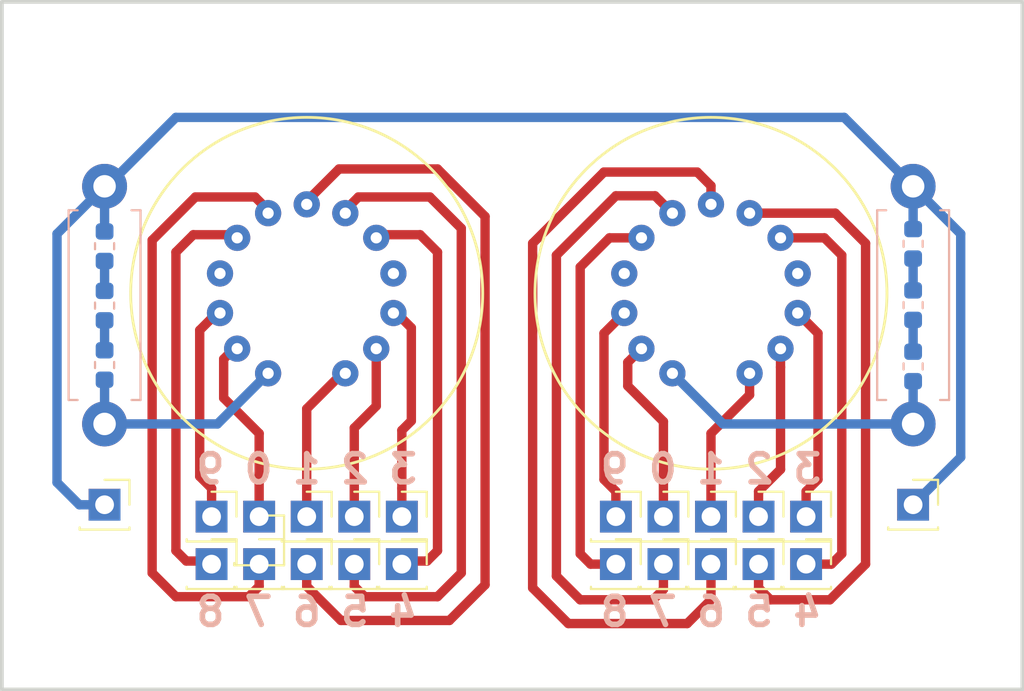
<source format=kicad_pcb>
(kicad_pcb (version 20171130) (host pcbnew 5.0.2-bee76a0~70~ubuntu18.04.1)

  (general
    (thickness 1.6)
    (drawings 8)
    (tracks 128)
    (zones 0)
    (modules 36)
    (nets 32)
  )

  (page A4)
  (layers
    (0 F.Cu signal)
    (31 B.Cu signal)
    (32 B.Adhes user hide)
    (33 F.Adhes user hide)
    (34 B.Paste user hide)
    (35 F.Paste user hide)
    (36 B.SilkS user)
    (37 F.SilkS user)
    (38 B.Mask user)
    (39 F.Mask user hide)
    (40 Dwgs.User user hide)
    (41 Cmts.User user)
    (42 Eco1.User user hide)
    (43 Eco2.User user hide)
    (44 Edge.Cuts user)
    (45 Margin user hide)
    (46 B.CrtYd user hide)
    (47 F.CrtYd user hide)
    (48 B.Fab user hide)
    (49 F.Fab user hide)
  )

  (setup
    (last_trace_width 0.25)
    (user_trace_width 0.5)
    (user_trace_width 0.75)
    (trace_clearance 0.2)
    (zone_clearance 0.508)
    (zone_45_only no)
    (trace_min 0.2)
    (segment_width 0.2)
    (edge_width 0.15)
    (via_size 0.8)
    (via_drill 0.4)
    (via_min_size 0.4)
    (via_min_drill 0.3)
    (uvia_size 0.3)
    (uvia_drill 0.1)
    (uvias_allowed no)
    (uvia_min_size 0.2)
    (uvia_min_drill 0.1)
    (pcb_text_width 0.3)
    (pcb_text_size 1.5 1.5)
    (mod_edge_width 0.15)
    (mod_text_size 1 1)
    (mod_text_width 0.15)
    (pad_size 1.7 1.7)
    (pad_drill 1)
    (pad_to_mask_clearance 0.051)
    (solder_mask_min_width 0.25)
    (aux_axis_origin 0 0)
    (visible_elements FFFFFF7F)
    (pcbplotparams
      (layerselection 0x010f0_ffffffff)
      (usegerberextensions false)
      (usegerberattributes false)
      (usegerberadvancedattributes false)
      (creategerberjobfile false)
      (excludeedgelayer true)
      (linewidth 0.100000)
      (plotframeref false)
      (viasonmask false)
      (mode 1)
      (useauxorigin false)
      (hpglpennumber 1)
      (hpglpenspeed 20)
      (hpglpendiameter 15.000000)
      (psnegative false)
      (psa4output false)
      (plotreference false)
      (plotvalue false)
      (plotinvisibletext false)
      (padsonsilk false)
      (subtractmaskfromsilk false)
      (outputformat 1)
      (mirror false)
      (drillshape 0)
      (scaleselection 1)
      (outputdirectory "/home/d/Plocha/hodiny_exp/small/"))
  )

  (net 0 "")
  (net 1 "Net-(J1-Pad1)")
  (net 2 "Net-(J2-Pad1)")
  (net 3 "Net-(J3-Pad1)")
  (net 4 "Net-(J4-Pad1)")
  (net 5 "Net-(J5-Pad1)")
  (net 6 "Net-(J6-Pad1)")
  (net 7 "Net-(J7-Pad1)")
  (net 8 "Net-(J8-Pad1)")
  (net 9 "Net-(J9-Pad1)")
  (net 10 "Net-(J10-Pad1)")
  (net 11 "Net-(J11-Pad1)")
  (net 12 "Net-(J12-Pad1)")
  (net 13 "Net-(J13-Pad1)")
  (net 14 "Net-(J14-Pad1)")
  (net 15 "Net-(J15-Pad1)")
  (net 16 "Net-(J16-Pad1)")
  (net 17 "Net-(J17-Pad1)")
  (net 18 "Net-(J18-Pad1)")
  (net 19 "Net-(J19-Pad1)")
  (net 20 "Net-(J20-Pad1)")
  (net 21 "Net-(J21-Pad1)")
  (net 22 "Net-(N1-Pad10)")
  (net 23 "Net-(N1-Pad1)")
  (net 24 "Net-(N1-Pad4)")
  (net 25 "Net-(N2-Pad4)")
  (net 26 "Net-(N2-Pad1)")
  (net 27 "Net-(N2-Pad10)")
  (net 28 "Net-(R1-Pad1)")
  (net 29 "Net-(R2-Pad2)")
  (net 30 "Net-(R4-Pad2)")
  (net 31 "Net-(R5-Pad1)")

  (net_class Default "This is the default net class."
    (clearance 0.2)
    (trace_width 0.25)
    (via_dia 0.8)
    (via_drill 0.4)
    (uvia_dia 0.3)
    (uvia_drill 0.1)
    (add_net "Net-(J1-Pad1)")
    (add_net "Net-(J10-Pad1)")
    (add_net "Net-(J11-Pad1)")
    (add_net "Net-(J12-Pad1)")
    (add_net "Net-(J13-Pad1)")
    (add_net "Net-(J14-Pad1)")
    (add_net "Net-(J15-Pad1)")
    (add_net "Net-(J16-Pad1)")
    (add_net "Net-(J17-Pad1)")
    (add_net "Net-(J18-Pad1)")
    (add_net "Net-(J19-Pad1)")
    (add_net "Net-(J2-Pad1)")
    (add_net "Net-(J20-Pad1)")
    (add_net "Net-(J21-Pad1)")
    (add_net "Net-(J3-Pad1)")
    (add_net "Net-(J4-Pad1)")
    (add_net "Net-(J5-Pad1)")
    (add_net "Net-(J6-Pad1)")
    (add_net "Net-(J7-Pad1)")
    (add_net "Net-(J8-Pad1)")
    (add_net "Net-(J9-Pad1)")
    (add_net "Net-(N1-Pad1)")
    (add_net "Net-(N1-Pad10)")
    (add_net "Net-(N1-Pad4)")
    (add_net "Net-(N2-Pad1)")
    (add_net "Net-(N2-Pad10)")
    (add_net "Net-(N2-Pad4)")
    (add_net "Net-(R1-Pad1)")
    (add_net "Net-(R2-Pad2)")
    (add_net "Net-(R4-Pad2)")
    (add_net "Net-(R5-Pad1)")
  )

  (module Connector_PinSocket_2.54mm:PinSocket_1x01_P2.54mm_Vertical (layer F.Cu) (tedit 5F98B480) (tstamp 5FD9493A)
    (at 113.665 111.125)
    (descr "Through hole straight socket strip, 1x01, 2.54mm pitch, single row (from Kicad 4.0.7), script generated")
    (tags "Through hole socket strip THT 1x01 2.54mm single row")
    (path /5FB2DD2D)
    (fp_text reference J1 (at 0 -2.77) (layer F.SilkS) hide
      (effects (font (size 1 1) (thickness 0.15)))
    )
    (fp_text value A (at 0 2.77) (layer F.Fab)
      (effects (font (size 1 1) (thickness 0.15)))
    )
    (fp_line (start -1.27 -1.27) (end 0.635 -1.27) (layer F.Fab) (width 0.1))
    (fp_line (start 0.635 -1.27) (end 1.27 -0.635) (layer F.Fab) (width 0.1))
    (fp_line (start 1.27 -0.635) (end 1.27 1.27) (layer F.Fab) (width 0.1))
    (fp_line (start 1.27 1.27) (end -1.27 1.27) (layer F.Fab) (width 0.1))
    (fp_line (start -1.27 1.27) (end -1.27 -1.27) (layer F.Fab) (width 0.1))
    (fp_line (start -1.33 1.33) (end 1.33 1.33) (layer F.SilkS) (width 0.12))
    (fp_line (start -1.33 1.21) (end -1.33 1.33) (layer F.SilkS) (width 0.12))
    (fp_line (start 1.33 1.21) (end 1.33 1.33) (layer F.SilkS) (width 0.12))
    (fp_line (start 1.33 -1.33) (end 1.33 0) (layer F.SilkS) (width 0.12))
    (fp_line (start 0 -1.33) (end 1.33 -1.33) (layer F.SilkS) (width 0.12))
    (fp_line (start -1.8 -1.8) (end 1.75 -1.8) (layer F.CrtYd) (width 0.05))
    (fp_line (start 1.75 -1.8) (end 1.75 1.75) (layer F.CrtYd) (width 0.05))
    (fp_line (start 1.75 1.75) (end -1.8 1.75) (layer F.CrtYd) (width 0.05))
    (fp_line (start -1.8 1.75) (end -1.8 -1.8) (layer F.CrtYd) (width 0.05))
    (fp_text user %R (at 0 0) (layer F.Fab)
      (effects (font (size 1 1) (thickness 0.15)))
    )
    (pad 1 thru_hole rect (at 0 0) (size 1.7 1.7) (drill 1) (layers *.Cu *.Mask)
      (net 1 "Net-(J1-Pad1)"))
    (model ${KISYS3DMOD}/Connector_PinSocket_2.54mm.3dshapes/PinSocket_1x01_P2.54mm_Vertical.wrl
      (at (xyz 0 0 0))
      (scale (xyz 1 1 1))
      (rotate (xyz 0 0 0))
    )
  )

  (module zm1082t:CPA_14 (layer F.Cu) (tedit 5F98B48B) (tstamp 5FD916AB)
    (at 102.87 99.822)
    (path /5FB2D7E3)
    (fp_text reference N2 (at 0 -10.325) (layer F.SilkS) hide
      (effects (font (size 1 1) (thickness 0.15)))
    )
    (fp_text value ZM1082T (at 0 10.325) (layer F.Fab)
      (effects (font (size 1 1) (thickness 0.15)))
    )
    (fp_circle (center 0 0) (end 0 9.65) (layer F.CrtYd) (width 0.05))
    (fp_circle (center 0 0) (end 0 9.4) (layer F.SilkS) (width 0.15))
    (fp_circle (center 0 0) (end 0 9.25) (layer F.Fab) (width 0.15))
    (pad 6 thru_hole oval (at -2.060947 -4.279602) (size 1.4 1.4) (drill 0.6) (layers *.Cu *.Mask)
      (net 19 "Net-(J19-Pad1)"))
    (pad 5 thru_hole oval (at -3.713699 -2.961576) (size 1.4 1.4) (drill 0.6) (layers *.Cu *.Mask)
      (net 20 "Net-(J20-Pad1)"))
    (pad 4 thru_hole oval (at -4.630907 -1.056974) (size 1.4 1.4) (drill 0.6) (layers *.Cu *.Mask)
      (net 25 "Net-(N2-Pad4)"))
    (pad 3 thru_hole oval (at -4.630907 1.056974) (size 1.4 1.4) (drill 0.6) (layers *.Cu *.Mask)
      (net 21 "Net-(J21-Pad1)"))
    (pad 2 thru_hole oval (at -3.713699 2.961576) (size 1.4 1.4) (drill 0.6) (layers *.Cu *.Mask)
      (net 12 "Net-(J12-Pad1)"))
    (pad 1 thru_hole oval (at -2.060947 4.279602) (size 1.4 1.4) (drill 0.6) (layers *.Cu *.Mask)
      (net 26 "Net-(N2-Pad1)"))
    (pad 13 thru_hole oval (at 2.060947 4.279602) (size 1.4 1.4) (drill 0.6) (layers *.Cu *.Mask)
      (net 13 "Net-(J13-Pad1)"))
    (pad 12 thru_hole oval (at 3.713699 2.961576) (size 1.4 1.4) (drill 0.6) (layers *.Cu *.Mask)
      (net 14 "Net-(J14-Pad1)"))
    (pad 11 thru_hole oval (at 4.630907 1.056974) (size 1.4 1.4) (drill 0.6) (layers *.Cu *.Mask)
      (net 15 "Net-(J15-Pad1)"))
    (pad 10 thru_hole oval (at 4.630907 -1.056974) (size 1.4 1.4) (drill 0.6) (layers *.Cu *.Mask)
      (net 27 "Net-(N2-Pad10)"))
    (pad 9 thru_hole oval (at 3.713699 -2.961576) (size 1.4 1.4) (drill 0.6) (layers *.Cu *.Mask)
      (net 16 "Net-(J16-Pad1)"))
    (pad 8 thru_hole oval (at 2.060947 -4.279602) (size 1.4 1.4) (drill 0.6) (layers *.Cu *.Mask)
      (net 17 "Net-(J17-Pad1)"))
    (pad 7 thru_hole oval (at 0 -4.75) (size 1.4 1.4) (drill 0.6) (layers *.Cu *.Mask)
      (net 18 "Net-(J18-Pad1)"))
  )

  (module Connector_PinSocket_2.54mm:PinSocket_1x01_P2.54mm_Vertical (layer F.Cu) (tedit 5F98B51D) (tstamp 5FD91633)
    (at 102.87 114.3)
    (descr "Through hole straight socket strip, 1x01, 2.54mm pitch, single row (from Kicad 4.0.7), script generated")
    (tags "Through hole socket strip THT 1x01 2.54mm single row")
    (path /5FB37F92)
    (fp_text reference J18 (at 0 -2.77) (layer F.SilkS) hide
      (effects (font (size 1 1) (thickness 0.15)))
    )
    (fp_text value 6 (at 0 2.77) (layer F.Fab)
      (effects (font (size 1 1) (thickness 0.15)))
    )
    (fp_text user %R (at 0 0) (layer F.Fab)
      (effects (font (size 1 1) (thickness 0.15)))
    )
    (fp_line (start -1.8 1.75) (end -1.8 -1.8) (layer F.CrtYd) (width 0.05))
    (fp_line (start 1.75 1.75) (end -1.8 1.75) (layer F.CrtYd) (width 0.05))
    (fp_line (start 1.75 -1.8) (end 1.75 1.75) (layer F.CrtYd) (width 0.05))
    (fp_line (start -1.8 -1.8) (end 1.75 -1.8) (layer F.CrtYd) (width 0.05))
    (fp_line (start 0 -1.33) (end 1.33 -1.33) (layer F.SilkS) (width 0.12))
    (fp_line (start 1.33 -1.33) (end 1.33 0) (layer F.SilkS) (width 0.12))
    (fp_line (start 1.33 1.21) (end 1.33 1.33) (layer F.SilkS) (width 0.12))
    (fp_line (start -1.33 1.21) (end -1.33 1.33) (layer F.SilkS) (width 0.12))
    (fp_line (start -1.33 1.33) (end 1.33 1.33) (layer F.SilkS) (width 0.12))
    (fp_line (start -1.27 1.27) (end -1.27 -1.27) (layer F.Fab) (width 0.1))
    (fp_line (start 1.27 1.27) (end -1.27 1.27) (layer F.Fab) (width 0.1))
    (fp_line (start 1.27 -0.635) (end 1.27 1.27) (layer F.Fab) (width 0.1))
    (fp_line (start 0.635 -1.27) (end 1.27 -0.635) (layer F.Fab) (width 0.1))
    (fp_line (start -1.27 -1.27) (end 0.635 -1.27) (layer F.Fab) (width 0.1))
    (pad 1 thru_hole rect (at 0 0) (size 1.7 1.7) (drill 1) (layers *.Cu *.Mask)
      (net 18 "Net-(J18-Pad1)"))
    (model ${KISYS3DMOD}/Connector_PinSocket_2.54mm.3dshapes/PinSocket_1x01_P2.54mm_Vertical.wrl
      (at (xyz 0 0 0))
      (scale (xyz 1 1 1))
      (rotate (xyz 0 0 0))
    )
  )

  (module Resistor_SMD:R_0603_1608Metric (layer B.Cu) (tedit 5F98B47D) (tstamp 5FD91711)
    (at 113.665 103.7335 270)
    (descr "Resistor SMD 0603 (1608 Metric), square (rectangular) end terminal, IPC_7351 nominal, (Body size source: http://www.tortai-tech.com/upload/download/2011102023233369053.pdf), generated with kicad-footprint-generator")
    (tags resistor)
    (path /5FB351FD)
    (attr smd)
    (fp_text reference R6 (at 0 1.43 270) (layer B.SilkS) hide
      (effects (font (size 1 1) (thickness 0.15)) (justify mirror))
    )
    (fp_text value R (at 0 -1.43 270) (layer B.Fab)
      (effects (font (size 1 1) (thickness 0.15)) (justify mirror))
    )
    (fp_line (start -0.8 -0.4) (end -0.8 0.4) (layer B.Fab) (width 0.1))
    (fp_line (start -0.8 0.4) (end 0.8 0.4) (layer B.Fab) (width 0.1))
    (fp_line (start 0.8 0.4) (end 0.8 -0.4) (layer B.Fab) (width 0.1))
    (fp_line (start 0.8 -0.4) (end -0.8 -0.4) (layer B.Fab) (width 0.1))
    (fp_line (start -0.162779 0.51) (end 0.162779 0.51) (layer B.SilkS) (width 0.12))
    (fp_line (start -0.162779 -0.51) (end 0.162779 -0.51) (layer B.SilkS) (width 0.12))
    (fp_line (start -1.48 -0.73) (end -1.48 0.73) (layer B.CrtYd) (width 0.05))
    (fp_line (start -1.48 0.73) (end 1.48 0.73) (layer B.CrtYd) (width 0.05))
    (fp_line (start 1.48 0.73) (end 1.48 -0.73) (layer B.CrtYd) (width 0.05))
    (fp_line (start 1.48 -0.73) (end -1.48 -0.73) (layer B.CrtYd) (width 0.05))
    (fp_text user %R (at 0 0 270) (layer B.Fab)
      (effects (font (size 0.4 0.4) (thickness 0.06)) (justify mirror))
    )
    (pad 1 smd roundrect (at -0.7875 0 270) (size 0.875 0.95) (layers B.Cu B.Paste B.Mask) (roundrect_rratio 0.25)
      (net 31 "Net-(R5-Pad1)"))
    (pad 2 smd roundrect (at 0.7875 0 270) (size 0.875 0.95) (layers B.Cu B.Paste B.Mask) (roundrect_rratio 0.25)
      (net 26 "Net-(N2-Pad1)"))
    (model ${KISYS3DMOD}/Resistor_SMD.3dshapes/R_0603_1608Metric.wrl
      (at (xyz 0 0 0))
      (scale (xyz 1 1 1))
      (rotate (xyz 0 0 0))
    )
  )

  (module Connector_PinSocket_2.54mm:PinSocket_1x01_P2.54mm_Vertical (layer F.Cu) (tedit 5F98B495) (tstamp 5FD915BB)
    (at 100.33 111.76)
    (descr "Through hole straight socket strip, 1x01, 2.54mm pitch, single row (from Kicad 4.0.7), script generated")
    (tags "Through hole socket strip THT 1x01 2.54mm single row")
    (path /5FB37F6E)
    (fp_text reference J12 (at 0 -2.77) (layer F.SilkS) hide
      (effects (font (size 1 1) (thickness 0.15)))
    )
    (fp_text value 0 (at 0 2.77) (layer F.Fab)
      (effects (font (size 1 1) (thickness 0.15)))
    )
    (fp_line (start -1.27 -1.27) (end 0.635 -1.27) (layer F.Fab) (width 0.1))
    (fp_line (start 0.635 -1.27) (end 1.27 -0.635) (layer F.Fab) (width 0.1))
    (fp_line (start 1.27 -0.635) (end 1.27 1.27) (layer F.Fab) (width 0.1))
    (fp_line (start 1.27 1.27) (end -1.27 1.27) (layer F.Fab) (width 0.1))
    (fp_line (start -1.27 1.27) (end -1.27 -1.27) (layer F.Fab) (width 0.1))
    (fp_line (start -1.33 1.33) (end 1.33 1.33) (layer F.SilkS) (width 0.12))
    (fp_line (start -1.33 1.21) (end -1.33 1.33) (layer F.SilkS) (width 0.12))
    (fp_line (start 1.33 1.21) (end 1.33 1.33) (layer F.SilkS) (width 0.12))
    (fp_line (start 1.33 -1.33) (end 1.33 0) (layer F.SilkS) (width 0.12))
    (fp_line (start 0 -1.33) (end 1.33 -1.33) (layer F.SilkS) (width 0.12))
    (fp_line (start -1.8 -1.8) (end 1.75 -1.8) (layer F.CrtYd) (width 0.05))
    (fp_line (start 1.75 -1.8) (end 1.75 1.75) (layer F.CrtYd) (width 0.05))
    (fp_line (start 1.75 1.75) (end -1.8 1.75) (layer F.CrtYd) (width 0.05))
    (fp_line (start -1.8 1.75) (end -1.8 -1.8) (layer F.CrtYd) (width 0.05))
    (fp_text user %R (at 0 0) (layer F.Fab)
      (effects (font (size 1 1) (thickness 0.15)))
    )
    (pad 1 thru_hole rect (at 0 0) (size 1.7 1.7) (drill 1) (layers *.Cu *.Mask)
      (net 12 "Net-(J12-Pad1)"))
    (model ${KISYS3DMOD}/Connector_PinSocket_2.54mm.3dshapes/PinSocket_1x01_P2.54mm_Vertical.wrl
      (at (xyz 0 0 0))
      (scale (xyz 1 1 1))
      (rotate (xyz 0 0 0))
    )
  )

  (module Connector_PinSocket_2.54mm:PinSocket_1x01_P2.54mm_Vertical (layer F.Cu) (tedit 5F98B4FF) (tstamp 5FD91507)
    (at 81.28 111.76)
    (descr "Through hole straight socket strip, 1x01, 2.54mm pitch, single row (from Kicad 4.0.7), script generated")
    (tags "Through hole socket strip THT 1x01 2.54mm single row")
    (path /5FB2DB14)
    (fp_text reference J3 (at 0 -2.77) (layer F.SilkS) hide
      (effects (font (size 1 1) (thickness 0.15)))
    )
    (fp_text value 1 (at 0 2.77) (layer F.Fab)
      (effects (font (size 1 1) (thickness 0.15)))
    )
    (fp_text user %R (at 0 0) (layer F.Fab)
      (effects (font (size 1 1) (thickness 0.15)))
    )
    (fp_line (start -1.8 1.75) (end -1.8 -1.8) (layer F.CrtYd) (width 0.05))
    (fp_line (start 1.75 1.75) (end -1.8 1.75) (layer F.CrtYd) (width 0.05))
    (fp_line (start 1.75 -1.8) (end 1.75 1.75) (layer F.CrtYd) (width 0.05))
    (fp_line (start -1.8 -1.8) (end 1.75 -1.8) (layer F.CrtYd) (width 0.05))
    (fp_line (start 0 -1.33) (end 1.33 -1.33) (layer F.SilkS) (width 0.12))
    (fp_line (start 1.33 -1.33) (end 1.33 0) (layer F.SilkS) (width 0.12))
    (fp_line (start 1.33 1.21) (end 1.33 1.33) (layer F.SilkS) (width 0.12))
    (fp_line (start -1.33 1.21) (end -1.33 1.33) (layer F.SilkS) (width 0.12))
    (fp_line (start -1.33 1.33) (end 1.33 1.33) (layer F.SilkS) (width 0.12))
    (fp_line (start -1.27 1.27) (end -1.27 -1.27) (layer F.Fab) (width 0.1))
    (fp_line (start 1.27 1.27) (end -1.27 1.27) (layer F.Fab) (width 0.1))
    (fp_line (start 1.27 -0.635) (end 1.27 1.27) (layer F.Fab) (width 0.1))
    (fp_line (start 0.635 -1.27) (end 1.27 -0.635) (layer F.Fab) (width 0.1))
    (fp_line (start -1.27 -1.27) (end 0.635 -1.27) (layer F.Fab) (width 0.1))
    (pad 1 thru_hole rect (at 0 0) (size 1.7 1.7) (drill 1) (layers *.Cu *.Mask)
      (net 3 "Net-(J3-Pad1)"))
    (model ${KISYS3DMOD}/Connector_PinSocket_2.54mm.3dshapes/PinSocket_1x01_P2.54mm_Vertical.wrl
      (at (xyz 0 0 0))
      (scale (xyz 1 1 1))
      (rotate (xyz 0 0 0))
    )
  )

  (module Resistor_SMD:R_0603_1608Metric (layer B.Cu) (tedit 5F98B40D) (tstamp 5F99F022)
    (at 70.485 97.3075 270)
    (descr "Resistor SMD 0603 (1608 Metric), square (rectangular) end terminal, IPC_7351 nominal, (Body size source: http://www.tortai-tech.com/upload/download/2011102023233369053.pdf), generated with kicad-footprint-generator")
    (tags resistor)
    (path /5FB32EC9)
    (attr smd)
    (fp_text reference R3 (at 0 1.43 270) (layer B.SilkS) hide
      (effects (font (size 1 1) (thickness 0.15)) (justify mirror))
    )
    (fp_text value R (at 0 -1.43 270) (layer B.Fab)
      (effects (font (size 1 1) (thickness 0.15)) (justify mirror))
    )
    (fp_text user %R (at 0 0 270) (layer B.Fab)
      (effects (font (size 0.4 0.4) (thickness 0.06)) (justify mirror))
    )
    (fp_line (start 1.48 -0.73) (end -1.48 -0.73) (layer B.CrtYd) (width 0.05))
    (fp_line (start 1.48 0.73) (end 1.48 -0.73) (layer B.CrtYd) (width 0.05))
    (fp_line (start -1.48 0.73) (end 1.48 0.73) (layer B.CrtYd) (width 0.05))
    (fp_line (start -1.48 -0.73) (end -1.48 0.73) (layer B.CrtYd) (width 0.05))
    (fp_line (start -0.162779 -0.51) (end 0.162779 -0.51) (layer B.SilkS) (width 0.12))
    (fp_line (start -0.162779 0.51) (end 0.162779 0.51) (layer B.SilkS) (width 0.12))
    (fp_line (start 0.8 -0.4) (end -0.8 -0.4) (layer B.Fab) (width 0.1))
    (fp_line (start 0.8 0.4) (end 0.8 -0.4) (layer B.Fab) (width 0.1))
    (fp_line (start -0.8 0.4) (end 0.8 0.4) (layer B.Fab) (width 0.1))
    (fp_line (start -0.8 -0.4) (end -0.8 0.4) (layer B.Fab) (width 0.1))
    (pad 2 smd roundrect (at 0.7875 0 270) (size 0.875 0.95) (layers B.Cu B.Paste B.Mask) (roundrect_rratio 0.25)
      (net 29 "Net-(R2-Pad2)"))
    (pad 1 smd roundrect (at -0.7875 0 270) (size 0.875 0.95) (layers B.Cu B.Paste B.Mask) (roundrect_rratio 0.25)
      (net 1 "Net-(J1-Pad1)"))
    (model ${KISYS3DMOD}/Resistor_SMD.3dshapes/R_0603_1608Metric.wrl
      (at (xyz 0 0 0))
      (scale (xyz 1 1 1))
      (rotate (xyz 0 0 0))
    )
  )

  (module Resistor_SMD:R_0603_1608Metric (layer B.Cu) (tedit 5F98B473) (tstamp 5FD925FE)
    (at 113.665 97.1805 270)
    (descr "Resistor SMD 0603 (1608 Metric), square (rectangular) end terminal, IPC_7351 nominal, (Body size source: http://www.tortai-tech.com/upload/download/2011102023233369053.pdf), generated with kicad-footprint-generator")
    (tags resistor)
    (path /5FB3520A)
    (attr smd)
    (fp_text reference R4 (at 0 1.43 180) (layer B.SilkS) hide
      (effects (font (size 1 1) (thickness 0.15)) (justify mirror))
    )
    (fp_text value R (at 0 -1.43) (layer B.Fab)
      (effects (font (size 1 1) (thickness 0.15)) (justify mirror))
    )
    (fp_line (start -0.8 -0.4) (end -0.8 0.4) (layer B.Fab) (width 0.1))
    (fp_line (start -0.8 0.4) (end 0.8 0.4) (layer B.Fab) (width 0.1))
    (fp_line (start 0.8 0.4) (end 0.8 -0.4) (layer B.Fab) (width 0.1))
    (fp_line (start 0.8 -0.4) (end -0.8 -0.4) (layer B.Fab) (width 0.1))
    (fp_line (start -0.162779 0.51) (end 0.162779 0.51) (layer B.SilkS) (width 0.12))
    (fp_line (start -0.162779 -0.51) (end 0.162779 -0.51) (layer B.SilkS) (width 0.12))
    (fp_line (start -1.48 -0.73) (end -1.48 0.73) (layer B.CrtYd) (width 0.05))
    (fp_line (start -1.48 0.73) (end 1.48 0.73) (layer B.CrtYd) (width 0.05))
    (fp_line (start 1.48 0.73) (end 1.48 -0.73) (layer B.CrtYd) (width 0.05))
    (fp_line (start 1.48 -0.73) (end -1.48 -0.73) (layer B.CrtYd) (width 0.05))
    (fp_text user %R (at 0 0 270) (layer B.Fab)
      (effects (font (size 0.4 0.4) (thickness 0.06)) (justify mirror))
    )
    (pad 1 smd roundrect (at -0.7875 0 270) (size 0.875 0.95) (layers B.Cu B.Paste B.Mask) (roundrect_rratio 0.25)
      (net 1 "Net-(J1-Pad1)"))
    (pad 2 smd roundrect (at 0.7875 0 270) (size 0.875 0.95) (layers B.Cu B.Paste B.Mask) (roundrect_rratio 0.25)
      (net 30 "Net-(R4-Pad2)"))
    (model ${KISYS3DMOD}/Resistor_SMD.3dshapes/R_0603_1608Metric.wrl
      (at (xyz 0 0 0))
      (scale (xyz 1 1 1))
      (rotate (xyz 0 0 0))
    )
  )

  (module zm1082t:CPA_14 (layer F.Cu) (tedit 5F98B492) (tstamp 5FD9318A)
    (at 81.28 99.822)
    (path /5FB2D7B1)
    (fp_text reference N1 (at 0 -10.325) (layer F.SilkS) hide
      (effects (font (size 1 1) (thickness 0.15)))
    )
    (fp_text value ZM1082T (at 0 10.325) (layer F.Fab)
      (effects (font (size 1 1) (thickness 0.15)))
    )
    (fp_circle (center 0 0) (end 0 9.25) (layer F.Fab) (width 0.15))
    (fp_circle (center 0 0) (end 0 9.4) (layer F.SilkS) (width 0.15))
    (fp_circle (center 0 0) (end 0 9.65) (layer F.CrtYd) (width 0.05))
    (pad 7 thru_hole oval (at 0 -4.75) (size 1.4 1.4) (drill 0.6) (layers *.Cu *.Mask)
      (net 8 "Net-(J8-Pad1)"))
    (pad 8 thru_hole oval (at 2.060947 -4.279602) (size 1.4 1.4) (drill 0.6) (layers *.Cu *.Mask)
      (net 7 "Net-(J7-Pad1)"))
    (pad 9 thru_hole oval (at 3.713699 -2.961576) (size 1.4 1.4) (drill 0.6) (layers *.Cu *.Mask)
      (net 6 "Net-(J6-Pad1)"))
    (pad 10 thru_hole oval (at 4.630907 -1.056974) (size 1.4 1.4) (drill 0.6) (layers *.Cu *.Mask)
      (net 22 "Net-(N1-Pad10)"))
    (pad 11 thru_hole oval (at 4.630907 1.056974) (size 1.4 1.4) (drill 0.6) (layers *.Cu *.Mask)
      (net 5 "Net-(J5-Pad1)"))
    (pad 12 thru_hole oval (at 3.713699 2.961576) (size 1.4 1.4) (drill 0.6) (layers *.Cu *.Mask)
      (net 4 "Net-(J4-Pad1)"))
    (pad 13 thru_hole oval (at 2.060947 4.279602) (size 1.4 1.4) (drill 0.6) (layers *.Cu *.Mask)
      (net 3 "Net-(J3-Pad1)"))
    (pad 1 thru_hole oval (at -2.060947 4.279602) (size 1.4 1.4) (drill 0.6) (layers *.Cu *.Mask)
      (net 23 "Net-(N1-Pad1)"))
    (pad 2 thru_hole oval (at -3.713699 2.961576) (size 1.4 1.4) (drill 0.6) (layers *.Cu *.Mask)
      (net 2 "Net-(J2-Pad1)"))
    (pad 3 thru_hole oval (at -4.630907 1.056974) (size 1.4 1.4) (drill 0.6) (layers *.Cu *.Mask)
      (net 11 "Net-(J11-Pad1)"))
    (pad 4 thru_hole oval (at -4.630907 -1.056974) (size 1.4 1.4) (drill 0.6) (layers *.Cu *.Mask)
      (net 24 "Net-(N1-Pad4)"))
    (pad 5 thru_hole oval (at -3.713699 -2.961576) (size 1.4 1.4) (drill 0.6) (layers *.Cu *.Mask)
      (net 10 "Net-(J10-Pad1)"))
    (pad 6 thru_hole oval (at -2.060947 -4.279602) (size 1.4 1.4) (drill 0.6) (layers *.Cu *.Mask)
      (net 9 "Net-(J9-Pad1)"))
  )

  (module MountingHole:MountingHole_3.2mm_M3 (layer F.Cu) (tedit 5F98B4E2) (tstamp 5FD929AA)
    (at 69 88.25)
    (descr "Mounting Hole 3.2mm, no annular, M3")
    (tags "mounting hole 3.2mm no annular m3")
    (path /5FB3C6BF)
    (attr virtual)
    (fp_text reference H2 (at 0 -4.2) (layer F.SilkS) hide
      (effects (font (size 1 1) (thickness 0.15)))
    )
    (fp_text value MountingHole (at 0 4.2) (layer F.Fab)
      (effects (font (size 1 1) (thickness 0.15)))
    )
    (fp_text user %R (at 0.3 0) (layer F.Fab)
      (effects (font (size 1 1) (thickness 0.15)))
    )
    (fp_circle (center 0 0) (end 3.2 0) (layer Cmts.User) (width 0.15))
    (fp_circle (center 0 0) (end 3.45 0) (layer F.CrtYd) (width 0.05))
    (pad 1 np_thru_hole circle (at 0 0) (size 3.2 3.2) (drill 3.2) (layers *.Cu *.Mask))
  )

  (module MountingHole:MountingHole_3.2mm_M3 (layer F.Cu) (tedit 5F98B483) (tstamp 5FD929B2)
    (at 115.5 117)
    (descr "Mounting Hole 3.2mm, no annular, M3")
    (tags "mounting hole 3.2mm no annular m3")
    (path /5FB3C717)
    (attr virtual)
    (fp_text reference H3 (at 0 -4.2) (layer F.SilkS) hide
      (effects (font (size 1 1) (thickness 0.15)))
    )
    (fp_text value MountingHole (at 0 4.2) (layer F.Fab)
      (effects (font (size 1 1) (thickness 0.15)))
    )
    (fp_circle (center 0 0) (end 3.45 0) (layer F.CrtYd) (width 0.05))
    (fp_circle (center 0 0) (end 3.2 0) (layer Cmts.User) (width 0.15))
    (fp_text user %R (at 0.3 0) (layer F.Fab)
      (effects (font (size 1 1) (thickness 0.15)))
    )
    (pad 1 np_thru_hole circle (at 0 0) (size 3.2 3.2) (drill 3.2) (layers *.Cu *.Mask))
  )

  (module Connector_PinSocket_2.54mm:PinSocket_1x01_P2.54mm_Vertical (layer F.Cu) (tedit 5F98B4F6) (tstamp 5FD914F3)
    (at 78.74 113.03)
    (descr "Through hole straight socket strip, 1x01, 2.54mm pitch, single row (from Kicad 4.0.7), script generated")
    (tags "Through hole socket strip THT 1x01 2.54mm single row")
    (path /5FB2D905)
    (fp_text reference J2 (at 0 -2.77) (layer F.SilkS) hide
      (effects (font (size 1 1) (thickness 0.15)))
    )
    (fp_text value 0 (at 0 2.77) (layer F.Fab)
      (effects (font (size 1 1) (thickness 0.15)))
    )
    (fp_text user %R (at 0 0) (layer F.Fab)
      (effects (font (size 1 1) (thickness 0.15)))
    )
    (fp_line (start -1.8 1.75) (end -1.8 -1.8) (layer F.CrtYd) (width 0.05))
    (fp_line (start 1.75 1.75) (end -1.8 1.75) (layer F.CrtYd) (width 0.05))
    (fp_line (start 1.75 -1.8) (end 1.75 1.75) (layer F.CrtYd) (width 0.05))
    (fp_line (start -1.8 -1.8) (end 1.75 -1.8) (layer F.CrtYd) (width 0.05))
    (fp_line (start 0 -1.33) (end 1.33 -1.33) (layer F.SilkS) (width 0.12))
    (fp_line (start 1.33 -1.33) (end 1.33 0) (layer F.SilkS) (width 0.12))
    (fp_line (start 1.33 1.21) (end 1.33 1.33) (layer F.SilkS) (width 0.12))
    (fp_line (start -1.33 1.21) (end -1.33 1.33) (layer F.SilkS) (width 0.12))
    (fp_line (start -1.33 1.33) (end 1.33 1.33) (layer F.SilkS) (width 0.12))
    (fp_line (start -1.27 1.27) (end -1.27 -1.27) (layer F.Fab) (width 0.1))
    (fp_line (start 1.27 1.27) (end -1.27 1.27) (layer F.Fab) (width 0.1))
    (fp_line (start 1.27 -0.635) (end 1.27 1.27) (layer F.Fab) (width 0.1))
    (fp_line (start 0.635 -1.27) (end 1.27 -0.635) (layer F.Fab) (width 0.1))
    (fp_line (start -1.27 -1.27) (end 0.635 -1.27) (layer F.Fab) (width 0.1))
    (pad 1 thru_hole rect (at 0 -1.27) (size 1.7 1.7) (drill 1) (layers *.Cu *.Mask)
      (net 2 "Net-(J2-Pad1)"))
    (model ${KISYS3DMOD}/Connector_PinSocket_2.54mm.3dshapes/PinSocket_1x01_P2.54mm_Vertical.wrl
      (at (xyz 0 0 0))
      (scale (xyz 1 1 1))
      (rotate (xyz 0 0 0))
    )
  )

  (module Connector_PinSocket_2.54mm:PinSocket_1x01_P2.54mm_Vertical (layer F.Cu) (tedit 5F98B519) (tstamp 5FD91F43)
    (at 107.95 111.76)
    (descr "Through hole straight socket strip, 1x01, 2.54mm pitch, single row (from Kicad 4.0.7), script generated")
    (tags "Through hole socket strip THT 1x01 2.54mm single row")
    (path /5FB37F80)
    (fp_text reference J15 (at 0 -2.77) (layer F.SilkS) hide
      (effects (font (size 1 1) (thickness 0.15)))
    )
    (fp_text value 3 (at 0 2.77) (layer F.Fab)
      (effects (font (size 1 1) (thickness 0.15)))
    )
    (fp_line (start -1.27 -1.27) (end 0.635 -1.27) (layer F.Fab) (width 0.1))
    (fp_line (start 0.635 -1.27) (end 1.27 -0.635) (layer F.Fab) (width 0.1))
    (fp_line (start 1.27 -0.635) (end 1.27 1.27) (layer F.Fab) (width 0.1))
    (fp_line (start 1.27 1.27) (end -1.27 1.27) (layer F.Fab) (width 0.1))
    (fp_line (start -1.27 1.27) (end -1.27 -1.27) (layer F.Fab) (width 0.1))
    (fp_line (start -1.33 1.33) (end 1.33 1.33) (layer F.SilkS) (width 0.12))
    (fp_line (start -1.33 1.21) (end -1.33 1.33) (layer F.SilkS) (width 0.12))
    (fp_line (start 1.33 1.21) (end 1.33 1.33) (layer F.SilkS) (width 0.12))
    (fp_line (start 1.33 -1.33) (end 1.33 0) (layer F.SilkS) (width 0.12))
    (fp_line (start 0 -1.33) (end 1.33 -1.33) (layer F.SilkS) (width 0.12))
    (fp_line (start -1.8 -1.8) (end 1.75 -1.8) (layer F.CrtYd) (width 0.05))
    (fp_line (start 1.75 -1.8) (end 1.75 1.75) (layer F.CrtYd) (width 0.05))
    (fp_line (start 1.75 1.75) (end -1.8 1.75) (layer F.CrtYd) (width 0.05))
    (fp_line (start -1.8 1.75) (end -1.8 -1.8) (layer F.CrtYd) (width 0.05))
    (fp_text user %R (at 0 0) (layer F.Fab)
      (effects (font (size 1 1) (thickness 0.15)))
    )
    (pad 1 thru_hole rect (at 0 0) (size 1.7 1.7) (drill 1) (layers *.Cu *.Mask)
      (net 15 "Net-(J15-Pad1)"))
    (model ${KISYS3DMOD}/Connector_PinSocket_2.54mm.3dshapes/PinSocket_1x01_P2.54mm_Vertical.wrl
      (at (xyz 0 0 0))
      (scale (xyz 1 1 1))
      (rotate (xyz 0 0 0))
    )
  )

  (module Connector_PinSocket_2.54mm:PinSocket_1x01_P2.54mm_Vertical (layer F.Cu) (tedit 5F98B522) (tstamp 5FD9160B)
    (at 107.95 114.3)
    (descr "Through hole straight socket strip, 1x01, 2.54mm pitch, single row (from Kicad 4.0.7), script generated")
    (tags "Through hole socket strip THT 1x01 2.54mm single row")
    (path /5FB37F86)
    (fp_text reference J16 (at 0 -2.77) (layer F.SilkS) hide
      (effects (font (size 1 1) (thickness 0.15)))
    )
    (fp_text value 4 (at 0 2.77) (layer F.Fab)
      (effects (font (size 1 1) (thickness 0.15)))
    )
    (fp_line (start -1.27 -1.27) (end 0.635 -1.27) (layer F.Fab) (width 0.1))
    (fp_line (start 0.635 -1.27) (end 1.27 -0.635) (layer F.Fab) (width 0.1))
    (fp_line (start 1.27 -0.635) (end 1.27 1.27) (layer F.Fab) (width 0.1))
    (fp_line (start 1.27 1.27) (end -1.27 1.27) (layer F.Fab) (width 0.1))
    (fp_line (start -1.27 1.27) (end -1.27 -1.27) (layer F.Fab) (width 0.1))
    (fp_line (start -1.33 1.33) (end 1.33 1.33) (layer F.SilkS) (width 0.12))
    (fp_line (start -1.33 1.21) (end -1.33 1.33) (layer F.SilkS) (width 0.12))
    (fp_line (start 1.33 1.21) (end 1.33 1.33) (layer F.SilkS) (width 0.12))
    (fp_line (start 1.33 -1.33) (end 1.33 0) (layer F.SilkS) (width 0.12))
    (fp_line (start 0 -1.33) (end 1.33 -1.33) (layer F.SilkS) (width 0.12))
    (fp_line (start -1.8 -1.8) (end 1.75 -1.8) (layer F.CrtYd) (width 0.05))
    (fp_line (start 1.75 -1.8) (end 1.75 1.75) (layer F.CrtYd) (width 0.05))
    (fp_line (start 1.75 1.75) (end -1.8 1.75) (layer F.CrtYd) (width 0.05))
    (fp_line (start -1.8 1.75) (end -1.8 -1.8) (layer F.CrtYd) (width 0.05))
    (fp_text user %R (at 0 0) (layer F.Fab)
      (effects (font (size 1 1) (thickness 0.15)))
    )
    (pad 1 thru_hole rect (at 0 0) (size 1.7 1.7) (drill 1) (layers *.Cu *.Mask)
      (net 16 "Net-(J16-Pad1)"))
    (model ${KISYS3DMOD}/Connector_PinSocket_2.54mm.3dshapes/PinSocket_1x01_P2.54mm_Vertical.wrl
      (at (xyz 0 0 0))
      (scale (xyz 1 1 1))
      (rotate (xyz 0 0 0))
    )
  )

  (module Connector_PinSocket_2.54mm:PinSocket_1x01_P2.54mm_Vertical (layer F.Cu) (tedit 5F98B4FC) (tstamp 5FD9157F)
    (at 78.74 114.3)
    (descr "Through hole straight socket strip, 1x01, 2.54mm pitch, single row (from Kicad 4.0.7), script generated")
    (tags "Through hole socket strip THT 1x01 2.54mm single row")
    (path /5FB2DBD6)
    (fp_text reference J9 (at 0 -2.77) (layer F.SilkS) hide
      (effects (font (size 1 1) (thickness 0.15)))
    )
    (fp_text value 7 (at 0 2.77) (layer F.Fab)
      (effects (font (size 1 1) (thickness 0.15)))
    )
    (fp_text user %R (at 0 0) (layer F.Fab)
      (effects (font (size 1 1) (thickness 0.15)))
    )
    (fp_line (start -1.8 1.75) (end -1.8 -1.8) (layer F.CrtYd) (width 0.05))
    (fp_line (start 1.75 1.75) (end -1.8 1.75) (layer F.CrtYd) (width 0.05))
    (fp_line (start 1.75 -1.8) (end 1.75 1.75) (layer F.CrtYd) (width 0.05))
    (fp_line (start -1.8 -1.8) (end 1.75 -1.8) (layer F.CrtYd) (width 0.05))
    (fp_line (start 0 -1.33) (end 1.33 -1.33) (layer F.SilkS) (width 0.12))
    (fp_line (start 1.33 -1.33) (end 1.33 0) (layer F.SilkS) (width 0.12))
    (fp_line (start 1.33 1.21) (end 1.33 1.33) (layer F.SilkS) (width 0.12))
    (fp_line (start -1.33 1.21) (end -1.33 1.33) (layer F.SilkS) (width 0.12))
    (fp_line (start -1.33 1.33) (end 1.33 1.33) (layer F.SilkS) (width 0.12))
    (fp_line (start -1.27 1.27) (end -1.27 -1.27) (layer F.Fab) (width 0.1))
    (fp_line (start 1.27 1.27) (end -1.27 1.27) (layer F.Fab) (width 0.1))
    (fp_line (start 1.27 -0.635) (end 1.27 1.27) (layer F.Fab) (width 0.1))
    (fp_line (start 0.635 -1.27) (end 1.27 -0.635) (layer F.Fab) (width 0.1))
    (fp_line (start -1.27 -1.27) (end 0.635 -1.27) (layer F.Fab) (width 0.1))
    (pad 1 thru_hole rect (at 0 0) (size 1.7 1.7) (drill 1) (layers *.Cu *.Mask)
      (net 9 "Net-(J9-Pad1)"))
    (model ${KISYS3DMOD}/Connector_PinSocket_2.54mm.3dshapes/PinSocket_1x01_P2.54mm_Vertical.wrl
      (at (xyz 0 0 0))
      (scale (xyz 1 1 1))
      (rotate (xyz 0 0 0))
    )
  )

  (module MountingHole:MountingHole_3.2mm_M3 (layer F.Cu) (tedit 5F98B43C) (tstamp 5FD929A2)
    (at 69 117)
    (descr "Mounting Hole 3.2mm, no annular, M3")
    (tags "mounting hole 3.2mm no annular m3")
    (path /5FB3C60B)
    (attr virtual)
    (fp_text reference H1 (at 0 -4.2) (layer F.SilkS) hide
      (effects (font (size 1 1) (thickness 0.15)))
    )
    (fp_text value MountingHole (at 0 4.2) (layer F.Fab)
      (effects (font (size 1 1) (thickness 0.15)))
    )
    (fp_circle (center 0 0) (end 3.45 0) (layer F.CrtYd) (width 0.05))
    (fp_circle (center 0 0) (end 3.2 0) (layer Cmts.User) (width 0.15))
    (fp_text user %R (at 0.3 0) (layer F.Fab)
      (effects (font (size 1 1) (thickness 0.15)))
    )
    (pad 1 np_thru_hole circle (at 0 0) (size 3.2 3.2) (drill 3.2) (layers *.Cu *.Mask))
  )

  (module Resistor_SMD:R_0603_1608Metric (layer B.Cu) (tedit 5F98B479) (tstamp 5FD91700)
    (at 113.665 100.457 90)
    (descr "Resistor SMD 0603 (1608 Metric), square (rectangular) end terminal, IPC_7351 nominal, (Body size source: http://www.tortai-tech.com/upload/download/2011102023233369053.pdf), generated with kicad-footprint-generator")
    (tags resistor)
    (path /5FB35204)
    (attr smd)
    (fp_text reference R5 (at 0 1.43 90) (layer B.SilkS) hide
      (effects (font (size 1 1) (thickness 0.15)) (justify mirror))
    )
    (fp_text value R (at 0 -1.43 90) (layer B.Fab)
      (effects (font (size 1 1) (thickness 0.15)) (justify mirror))
    )
    (fp_text user %R (at 0 0 90) (layer B.Fab)
      (effects (font (size 0.4 0.4) (thickness 0.06)) (justify mirror))
    )
    (fp_line (start 1.48 -0.73) (end -1.48 -0.73) (layer B.CrtYd) (width 0.05))
    (fp_line (start 1.48 0.73) (end 1.48 -0.73) (layer B.CrtYd) (width 0.05))
    (fp_line (start -1.48 0.73) (end 1.48 0.73) (layer B.CrtYd) (width 0.05))
    (fp_line (start -1.48 -0.73) (end -1.48 0.73) (layer B.CrtYd) (width 0.05))
    (fp_line (start -0.162779 -0.51) (end 0.162779 -0.51) (layer B.SilkS) (width 0.12))
    (fp_line (start -0.162779 0.51) (end 0.162779 0.51) (layer B.SilkS) (width 0.12))
    (fp_line (start 0.8 -0.4) (end -0.8 -0.4) (layer B.Fab) (width 0.1))
    (fp_line (start 0.8 0.4) (end 0.8 -0.4) (layer B.Fab) (width 0.1))
    (fp_line (start -0.8 0.4) (end 0.8 0.4) (layer B.Fab) (width 0.1))
    (fp_line (start -0.8 -0.4) (end -0.8 0.4) (layer B.Fab) (width 0.1))
    (pad 2 smd roundrect (at 0.7875 0 90) (size 0.875 0.95) (layers B.Cu B.Paste B.Mask) (roundrect_rratio 0.25)
      (net 30 "Net-(R4-Pad2)"))
    (pad 1 smd roundrect (at -0.7875 0 90) (size 0.875 0.95) (layers B.Cu B.Paste B.Mask) (roundrect_rratio 0.25)
      (net 31 "Net-(R5-Pad1)"))
    (model ${KISYS3DMOD}/Resistor_SMD.3dshapes/R_0603_1608Metric.wrl
      (at (xyz 0 0 0))
      (scale (xyz 1 1 1))
      (rotate (xyz 0 0 0))
    )
  )

  (module Connector_PinSocket_2.54mm:PinSocket_1x01_P2.54mm_Vertical (layer F.Cu) (tedit 5F98B507) (tstamp 5FD91543)
    (at 86.36 114.3)
    (descr "Through hole straight socket strip, 1x01, 2.54mm pitch, single row (from Kicad 4.0.7), script generated")
    (tags "Through hole socket strip THT 1x01 2.54mm single row")
    (path /5FB2DB66)
    (fp_text reference J6 (at 0 -2.77) (layer F.SilkS) hide
      (effects (font (size 1 1) (thickness 0.15)))
    )
    (fp_text value 4 (at 0 2.77) (layer F.Fab)
      (effects (font (size 1 1) (thickness 0.15)))
    )
    (fp_line (start -1.27 -1.27) (end 0.635 -1.27) (layer F.Fab) (width 0.1))
    (fp_line (start 0.635 -1.27) (end 1.27 -0.635) (layer F.Fab) (width 0.1))
    (fp_line (start 1.27 -0.635) (end 1.27 1.27) (layer F.Fab) (width 0.1))
    (fp_line (start 1.27 1.27) (end -1.27 1.27) (layer F.Fab) (width 0.1))
    (fp_line (start -1.27 1.27) (end -1.27 -1.27) (layer F.Fab) (width 0.1))
    (fp_line (start -1.33 1.33) (end 1.33 1.33) (layer F.SilkS) (width 0.12))
    (fp_line (start -1.33 1.21) (end -1.33 1.33) (layer F.SilkS) (width 0.12))
    (fp_line (start 1.33 1.21) (end 1.33 1.33) (layer F.SilkS) (width 0.12))
    (fp_line (start 1.33 -1.33) (end 1.33 0) (layer F.SilkS) (width 0.12))
    (fp_line (start 0 -1.33) (end 1.33 -1.33) (layer F.SilkS) (width 0.12))
    (fp_line (start -1.8 -1.8) (end 1.75 -1.8) (layer F.CrtYd) (width 0.05))
    (fp_line (start 1.75 -1.8) (end 1.75 1.75) (layer F.CrtYd) (width 0.05))
    (fp_line (start 1.75 1.75) (end -1.8 1.75) (layer F.CrtYd) (width 0.05))
    (fp_line (start -1.8 1.75) (end -1.8 -1.8) (layer F.CrtYd) (width 0.05))
    (fp_text user %R (at 0 0) (layer F.Fab)
      (effects (font (size 1 1) (thickness 0.15)))
    )
    (pad 1 thru_hole rect (at 0 0) (size 1.7 1.7) (drill 1) (layers *.Cu *.Mask)
      (net 6 "Net-(J6-Pad1)"))
    (model ${KISYS3DMOD}/Connector_PinSocket_2.54mm.3dshapes/PinSocket_1x01_P2.54mm_Vertical.wrl
      (at (xyz 0 0 0))
      (scale (xyz 1 1 1))
      (rotate (xyz 0 0 0))
    )
  )

  (module Connector_PinSocket_2.54mm:PinSocket_1x01_P2.54mm_Vertical (layer F.Cu) (tedit 5F98B48D) (tstamp 5FD95857)
    (at 97.79 111.76)
    (descr "Through hole straight socket strip, 1x01, 2.54mm pitch, single row (from Kicad 4.0.7), script generated")
    (tags "Through hole socket strip THT 1x01 2.54mm single row")
    (path /5FB37FA4)
    (fp_text reference J21 (at 0 -2.77) (layer F.SilkS) hide
      (effects (font (size 1 1) (thickness 0.15)))
    )
    (fp_text value 9 (at 0 2.77) (layer F.Fab)
      (effects (font (size 1 1) (thickness 0.15)))
    )
    (fp_line (start -1.27 -1.27) (end 0.635 -1.27) (layer F.Fab) (width 0.1))
    (fp_line (start 0.635 -1.27) (end 1.27 -0.635) (layer F.Fab) (width 0.1))
    (fp_line (start 1.27 -0.635) (end 1.27 1.27) (layer F.Fab) (width 0.1))
    (fp_line (start 1.27 1.27) (end -1.27 1.27) (layer F.Fab) (width 0.1))
    (fp_line (start -1.27 1.27) (end -1.27 -1.27) (layer F.Fab) (width 0.1))
    (fp_line (start -1.33 1.33) (end 1.33 1.33) (layer F.SilkS) (width 0.12))
    (fp_line (start -1.33 1.21) (end -1.33 1.33) (layer F.SilkS) (width 0.12))
    (fp_line (start 1.33 1.21) (end 1.33 1.33) (layer F.SilkS) (width 0.12))
    (fp_line (start 1.33 -1.33) (end 1.33 0) (layer F.SilkS) (width 0.12))
    (fp_line (start 0 -1.33) (end 1.33 -1.33) (layer F.SilkS) (width 0.12))
    (fp_line (start -1.8 -1.8) (end 1.75 -1.8) (layer F.CrtYd) (width 0.05))
    (fp_line (start 1.75 -1.8) (end 1.75 1.75) (layer F.CrtYd) (width 0.05))
    (fp_line (start 1.75 1.75) (end -1.8 1.75) (layer F.CrtYd) (width 0.05))
    (fp_line (start -1.8 1.75) (end -1.8 -1.8) (layer F.CrtYd) (width 0.05))
    (fp_text user %R (at 0 0) (layer F.Fab)
      (effects (font (size 1 1) (thickness 0.15)))
    )
    (pad 1 thru_hole rect (at 0 0) (size 1.7 1.7) (drill 1) (layers *.Cu *.Mask)
      (net 21 "Net-(J21-Pad1)"))
    (model ${KISYS3DMOD}/Connector_PinSocket_2.54mm.3dshapes/PinSocket_1x01_P2.54mm_Vertical.wrl
      (at (xyz 0 0 0))
      (scale (xyz 1 1 1))
      (rotate (xyz 0 0 0))
    )
  )

  (module Connector_PinSocket_2.54mm:PinSocket_1x01_P2.54mm_Vertical (layer F.Cu) (tedit 5F98B502) (tstamp 5FD92F68)
    (at 83.82 111.76)
    (descr "Through hole straight socket strip, 1x01, 2.54mm pitch, single row (from Kicad 4.0.7), script generated")
    (tags "Through hole socket strip THT 1x01 2.54mm single row")
    (path /5FB2DB2C)
    (fp_text reference J4 (at 0 -2.77) (layer F.SilkS) hide
      (effects (font (size 1 1) (thickness 0.15)))
    )
    (fp_text value 2 (at 0 2.77) (layer F.Fab)
      (effects (font (size 1 1) (thickness 0.15)))
    )
    (fp_line (start -1.27 -1.27) (end 0.635 -1.27) (layer F.Fab) (width 0.1))
    (fp_line (start 0.635 -1.27) (end 1.27 -0.635) (layer F.Fab) (width 0.1))
    (fp_line (start 1.27 -0.635) (end 1.27 1.27) (layer F.Fab) (width 0.1))
    (fp_line (start 1.27 1.27) (end -1.27 1.27) (layer F.Fab) (width 0.1))
    (fp_line (start -1.27 1.27) (end -1.27 -1.27) (layer F.Fab) (width 0.1))
    (fp_line (start -1.33 1.33) (end 1.33 1.33) (layer F.SilkS) (width 0.12))
    (fp_line (start -1.33 1.21) (end -1.33 1.33) (layer F.SilkS) (width 0.12))
    (fp_line (start 1.33 1.21) (end 1.33 1.33) (layer F.SilkS) (width 0.12))
    (fp_line (start 1.33 -1.33) (end 1.33 0) (layer F.SilkS) (width 0.12))
    (fp_line (start 0 -1.33) (end 1.33 -1.33) (layer F.SilkS) (width 0.12))
    (fp_line (start -1.8 -1.8) (end 1.75 -1.8) (layer F.CrtYd) (width 0.05))
    (fp_line (start 1.75 -1.8) (end 1.75 1.75) (layer F.CrtYd) (width 0.05))
    (fp_line (start 1.75 1.75) (end -1.8 1.75) (layer F.CrtYd) (width 0.05))
    (fp_line (start -1.8 1.75) (end -1.8 -1.8) (layer F.CrtYd) (width 0.05))
    (fp_text user %R (at 0 0) (layer F.Fab)
      (effects (font (size 1 1) (thickness 0.15)))
    )
    (pad 1 thru_hole rect (at 0 0) (size 1.7 1.7) (drill 1) (layers *.Cu *.Mask)
      (net 4 "Net-(J4-Pad1)"))
    (model ${KISYS3DMOD}/Connector_PinSocket_2.54mm.3dshapes/PinSocket_1x01_P2.54mm_Vertical.wrl
      (at (xyz 0 0 0))
      (scale (xyz 1 1 1))
      (rotate (xyz 0 0 0))
    )
  )

  (module Connector_PinSocket_2.54mm:PinSocket_1x01_P2.54mm_Vertical (layer F.Cu) (tedit 5F98B505) (tstamp 5FD9152F)
    (at 86.36 111.76)
    (descr "Through hole straight socket strip, 1x01, 2.54mm pitch, single row (from Kicad 4.0.7), script generated")
    (tags "Through hole socket strip THT 1x01 2.54mm single row")
    (path /5FB2DB4A)
    (fp_text reference J5 (at 0 -2.77) (layer F.SilkS) hide
      (effects (font (size 1 1) (thickness 0.15)))
    )
    (fp_text value 3 (at 0 2.77) (layer F.Fab)
      (effects (font (size 1 1) (thickness 0.15)))
    )
    (fp_text user %R (at 0 0) (layer F.Fab)
      (effects (font (size 1 1) (thickness 0.15)))
    )
    (fp_line (start -1.8 1.75) (end -1.8 -1.8) (layer F.CrtYd) (width 0.05))
    (fp_line (start 1.75 1.75) (end -1.8 1.75) (layer F.CrtYd) (width 0.05))
    (fp_line (start 1.75 -1.8) (end 1.75 1.75) (layer F.CrtYd) (width 0.05))
    (fp_line (start -1.8 -1.8) (end 1.75 -1.8) (layer F.CrtYd) (width 0.05))
    (fp_line (start 0 -1.33) (end 1.33 -1.33) (layer F.SilkS) (width 0.12))
    (fp_line (start 1.33 -1.33) (end 1.33 0) (layer F.SilkS) (width 0.12))
    (fp_line (start 1.33 1.21) (end 1.33 1.33) (layer F.SilkS) (width 0.12))
    (fp_line (start -1.33 1.21) (end -1.33 1.33) (layer F.SilkS) (width 0.12))
    (fp_line (start -1.33 1.33) (end 1.33 1.33) (layer F.SilkS) (width 0.12))
    (fp_line (start -1.27 1.27) (end -1.27 -1.27) (layer F.Fab) (width 0.1))
    (fp_line (start 1.27 1.27) (end -1.27 1.27) (layer F.Fab) (width 0.1))
    (fp_line (start 1.27 -0.635) (end 1.27 1.27) (layer F.Fab) (width 0.1))
    (fp_line (start 0.635 -1.27) (end 1.27 -0.635) (layer F.Fab) (width 0.1))
    (fp_line (start -1.27 -1.27) (end 0.635 -1.27) (layer F.Fab) (width 0.1))
    (pad 1 thru_hole rect (at 0 0) (size 1.7 1.7) (drill 1) (layers *.Cu *.Mask)
      (net 5 "Net-(J5-Pad1)"))
    (model ${KISYS3DMOD}/Connector_PinSocket_2.54mm.3dshapes/PinSocket_1x01_P2.54mm_Vertical.wrl
      (at (xyz 0 0 0))
      (scale (xyz 1 1 1))
      (rotate (xyz 0 0 0))
    )
  )

  (module Connector_PinSocket_2.54mm:PinSocket_1x01_P2.54mm_Vertical (layer F.Cu) (tedit 5F98B4F9) (tstamp 5FD91593)
    (at 76.2 114.3)
    (descr "Through hole straight socket strip, 1x01, 2.54mm pitch, single row (from Kicad 4.0.7), script generated")
    (tags "Through hole socket strip THT 1x01 2.54mm single row")
    (path /5FB2DC02)
    (fp_text reference J10 (at 0 -2.77) (layer F.SilkS) hide
      (effects (font (size 1 1) (thickness 0.15)))
    )
    (fp_text value 8 (at 0 2.77) (layer F.Fab)
      (effects (font (size 1 1) (thickness 0.15)))
    )
    (fp_line (start -1.27 -1.27) (end 0.635 -1.27) (layer F.Fab) (width 0.1))
    (fp_line (start 0.635 -1.27) (end 1.27 -0.635) (layer F.Fab) (width 0.1))
    (fp_line (start 1.27 -0.635) (end 1.27 1.27) (layer F.Fab) (width 0.1))
    (fp_line (start 1.27 1.27) (end -1.27 1.27) (layer F.Fab) (width 0.1))
    (fp_line (start -1.27 1.27) (end -1.27 -1.27) (layer F.Fab) (width 0.1))
    (fp_line (start -1.33 1.33) (end 1.33 1.33) (layer F.SilkS) (width 0.12))
    (fp_line (start -1.33 1.21) (end -1.33 1.33) (layer F.SilkS) (width 0.12))
    (fp_line (start 1.33 1.21) (end 1.33 1.33) (layer F.SilkS) (width 0.12))
    (fp_line (start 1.33 -1.33) (end 1.33 0) (layer F.SilkS) (width 0.12))
    (fp_line (start 0 -1.33) (end 1.33 -1.33) (layer F.SilkS) (width 0.12))
    (fp_line (start -1.8 -1.8) (end 1.75 -1.8) (layer F.CrtYd) (width 0.05))
    (fp_line (start 1.75 -1.8) (end 1.75 1.75) (layer F.CrtYd) (width 0.05))
    (fp_line (start 1.75 1.75) (end -1.8 1.75) (layer F.CrtYd) (width 0.05))
    (fp_line (start -1.8 1.75) (end -1.8 -1.8) (layer F.CrtYd) (width 0.05))
    (fp_text user %R (at 0 0) (layer F.Fab)
      (effects (font (size 1 1) (thickness 0.15)))
    )
    (pad 1 thru_hole rect (at 0 0) (size 1.7 1.7) (drill 1) (layers *.Cu *.Mask)
      (net 10 "Net-(J10-Pad1)"))
    (model ${KISYS3DMOD}/Connector_PinSocket_2.54mm.3dshapes/PinSocket_1x01_P2.54mm_Vertical.wrl
      (at (xyz 0 0 0))
      (scale (xyz 1 1 1))
      (rotate (xyz 0 0 0))
    )
  )

  (module Connector_PinSocket_2.54mm:PinSocket_1x01_P2.54mm_Vertical (layer F.Cu) (tedit 5F98B51B) (tstamp 5FD91647)
    (at 100.33 114.3)
    (descr "Through hole straight socket strip, 1x01, 2.54mm pitch, single row (from Kicad 4.0.7), script generated")
    (tags "Through hole socket strip THT 1x01 2.54mm single row")
    (path /5FB37F98)
    (fp_text reference J19 (at 0 -2.77) (layer F.SilkS) hide
      (effects (font (size 1 1) (thickness 0.15)))
    )
    (fp_text value 7 (at 0 2.77) (layer F.Fab)
      (effects (font (size 1 1) (thickness 0.15)))
    )
    (fp_line (start -1.27 -1.27) (end 0.635 -1.27) (layer F.Fab) (width 0.1))
    (fp_line (start 0.635 -1.27) (end 1.27 -0.635) (layer F.Fab) (width 0.1))
    (fp_line (start 1.27 -0.635) (end 1.27 1.27) (layer F.Fab) (width 0.1))
    (fp_line (start 1.27 1.27) (end -1.27 1.27) (layer F.Fab) (width 0.1))
    (fp_line (start -1.27 1.27) (end -1.27 -1.27) (layer F.Fab) (width 0.1))
    (fp_line (start -1.33 1.33) (end 1.33 1.33) (layer F.SilkS) (width 0.12))
    (fp_line (start -1.33 1.21) (end -1.33 1.33) (layer F.SilkS) (width 0.12))
    (fp_line (start 1.33 1.21) (end 1.33 1.33) (layer F.SilkS) (width 0.12))
    (fp_line (start 1.33 -1.33) (end 1.33 0) (layer F.SilkS) (width 0.12))
    (fp_line (start 0 -1.33) (end 1.33 -1.33) (layer F.SilkS) (width 0.12))
    (fp_line (start -1.8 -1.8) (end 1.75 -1.8) (layer F.CrtYd) (width 0.05))
    (fp_line (start 1.75 -1.8) (end 1.75 1.75) (layer F.CrtYd) (width 0.05))
    (fp_line (start 1.75 1.75) (end -1.8 1.75) (layer F.CrtYd) (width 0.05))
    (fp_line (start -1.8 1.75) (end -1.8 -1.8) (layer F.CrtYd) (width 0.05))
    (fp_text user %R (at 0 0) (layer F.Fab)
      (effects (font (size 1 1) (thickness 0.15)))
    )
    (pad 1 thru_hole rect (at 0 0) (size 1.7 1.7) (drill 1) (layers *.Cu *.Mask)
      (net 19 "Net-(J19-Pad1)"))
    (model ${KISYS3DMOD}/Connector_PinSocket_2.54mm.3dshapes/PinSocket_1x01_P2.54mm_Vertical.wrl
      (at (xyz 0 0 0))
      (scale (xyz 1 1 1))
      (rotate (xyz 0 0 0))
    )
  )

  (module Resistor_THT:R_Axial_DIN0411_L9.9mm_D3.6mm_P12.70mm_Horizontal (layer B.Cu) (tedit 5F98B4E6) (tstamp 5FD9682C)
    (at 70.485 106.807 90)
    (descr "Resistor, Axial_DIN0411 series, Axial, Horizontal, pin pitch=12.7mm, 1W, length*diameter=9.9*3.6mm^2")
    (tags "Resistor Axial_DIN0411 series Axial Horizontal pin pitch 12.7mm 1W length 9.9mm diameter 3.6mm")
    (path /5FB3A00F)
    (fp_text reference R7 (at 6.35 2.92 90) (layer B.SilkS) hide
      (effects (font (size 1 1) (thickness 0.15)) (justify mirror))
    )
    (fp_text value R (at 6.35 -2.92 90) (layer B.Fab)
      (effects (font (size 1 1) (thickness 0.15)) (justify mirror))
    )
    (fp_line (start 1.4 1.8) (end 1.4 -1.8) (layer B.Fab) (width 0.1))
    (fp_line (start 1.4 -1.8) (end 11.3 -1.8) (layer B.Fab) (width 0.1))
    (fp_line (start 11.3 -1.8) (end 11.3 1.8) (layer B.Fab) (width 0.1))
    (fp_line (start 11.3 1.8) (end 1.4 1.8) (layer B.Fab) (width 0.1))
    (fp_line (start 0 0) (end 1.4 0) (layer B.Fab) (width 0.1))
    (fp_line (start 12.7 0) (end 11.3 0) (layer B.Fab) (width 0.1))
    (fp_line (start 1.28 1.44) (end 1.28 1.92) (layer B.SilkS) (width 0.12))
    (fp_line (start 1.28 1.92) (end 11.42 1.92) (layer B.SilkS) (width 0.12))
    (fp_line (start 11.42 1.92) (end 11.42 1.44) (layer B.SilkS) (width 0.12))
    (fp_line (start 1.28 -1.44) (end 1.28 -1.92) (layer B.SilkS) (width 0.12))
    (fp_line (start 1.28 -1.92) (end 11.42 -1.92) (layer B.SilkS) (width 0.12))
    (fp_line (start 11.42 -1.92) (end 11.42 -1.44) (layer B.SilkS) (width 0.12))
    (fp_line (start -1.45 2.05) (end -1.45 -2.05) (layer B.CrtYd) (width 0.05))
    (fp_line (start -1.45 -2.05) (end 14.15 -2.05) (layer B.CrtYd) (width 0.05))
    (fp_line (start 14.15 -2.05) (end 14.15 2.05) (layer B.CrtYd) (width 0.05))
    (fp_line (start 14.15 2.05) (end -1.45 2.05) (layer B.CrtYd) (width 0.05))
    (fp_text user %R (at 6.35 0 90) (layer B.Fab)
      (effects (font (size 1 1) (thickness 0.15)) (justify mirror))
    )
    (pad 1 thru_hole circle (at 0 0 90) (size 2.4 2.4) (drill 1.2) (layers *.Cu *.Mask)
      (net 23 "Net-(N1-Pad1)"))
    (pad 2 thru_hole oval (at 12.7 0 90) (size 2.4 2.4) (drill 1.2) (layers *.Cu *.Mask)
      (net 1 "Net-(J1-Pad1)"))
    (model ${KISYS3DMOD}/Resistor_THT.3dshapes/R_Axial_DIN0411_L9.9mm_D3.6mm_P12.70mm_Horizontal.wrl
      (at (xyz 0 0 0))
      (scale (xyz 1 1 1))
      (rotate (xyz 0 0 0))
    )
  )

  (module Connector_PinSocket_2.54mm:PinSocket_1x01_P2.54mm_Vertical (layer F.Cu) (tedit 5F98B509) (tstamp 5FD91557)
    (at 83.82 114.3)
    (descr "Through hole straight socket strip, 1x01, 2.54mm pitch, single row (from Kicad 4.0.7), script generated")
    (tags "Through hole socket strip THT 1x01 2.54mm single row")
    (path /5FB2DB84)
    (fp_text reference J7 (at 0 -2.77) (layer F.SilkS) hide
      (effects (font (size 1 1) (thickness 0.15)))
    )
    (fp_text value 5 (at 0 2.77) (layer F.Fab)
      (effects (font (size 1 1) (thickness 0.15)))
    )
    (fp_text user %R (at 0 0) (layer F.Fab)
      (effects (font (size 1 1) (thickness 0.15)))
    )
    (fp_line (start -1.8 1.75) (end -1.8 -1.8) (layer F.CrtYd) (width 0.05))
    (fp_line (start 1.75 1.75) (end -1.8 1.75) (layer F.CrtYd) (width 0.05))
    (fp_line (start 1.75 -1.8) (end 1.75 1.75) (layer F.CrtYd) (width 0.05))
    (fp_line (start -1.8 -1.8) (end 1.75 -1.8) (layer F.CrtYd) (width 0.05))
    (fp_line (start 0 -1.33) (end 1.33 -1.33) (layer F.SilkS) (width 0.12))
    (fp_line (start 1.33 -1.33) (end 1.33 0) (layer F.SilkS) (width 0.12))
    (fp_line (start 1.33 1.21) (end 1.33 1.33) (layer F.SilkS) (width 0.12))
    (fp_line (start -1.33 1.21) (end -1.33 1.33) (layer F.SilkS) (width 0.12))
    (fp_line (start -1.33 1.33) (end 1.33 1.33) (layer F.SilkS) (width 0.12))
    (fp_line (start -1.27 1.27) (end -1.27 -1.27) (layer F.Fab) (width 0.1))
    (fp_line (start 1.27 1.27) (end -1.27 1.27) (layer F.Fab) (width 0.1))
    (fp_line (start 1.27 -0.635) (end 1.27 1.27) (layer F.Fab) (width 0.1))
    (fp_line (start 0.635 -1.27) (end 1.27 -0.635) (layer F.Fab) (width 0.1))
    (fp_line (start -1.27 -1.27) (end 0.635 -1.27) (layer F.Fab) (width 0.1))
    (pad 1 thru_hole rect (at 0 0) (size 1.7 1.7) (drill 1) (layers *.Cu *.Mask)
      (net 7 "Net-(J7-Pad1)"))
    (model ${KISYS3DMOD}/Connector_PinSocket_2.54mm.3dshapes/PinSocket_1x01_P2.54mm_Vertical.wrl
      (at (xyz 0 0 0))
      (scale (xyz 1 1 1))
      (rotate (xyz 0 0 0))
    )
  )

  (module Connector_PinSocket_2.54mm:PinSocket_1x01_P2.54mm_Vertical (layer F.Cu) (tedit 5F98B50C) (tstamp 5FD9156B)
    (at 81.28 114.3)
    (descr "Through hole straight socket strip, 1x01, 2.54mm pitch, single row (from Kicad 4.0.7), script generated")
    (tags "Through hole socket strip THT 1x01 2.54mm single row")
    (path /5FB2DBA6)
    (fp_text reference J8 (at 0 -2.77) (layer F.SilkS) hide
      (effects (font (size 1 1) (thickness 0.15)))
    )
    (fp_text value 6 (at 0 2.77) (layer F.Fab)
      (effects (font (size 1 1) (thickness 0.15)))
    )
    (fp_line (start -1.27 -1.27) (end 0.635 -1.27) (layer F.Fab) (width 0.1))
    (fp_line (start 0.635 -1.27) (end 1.27 -0.635) (layer F.Fab) (width 0.1))
    (fp_line (start 1.27 -0.635) (end 1.27 1.27) (layer F.Fab) (width 0.1))
    (fp_line (start 1.27 1.27) (end -1.27 1.27) (layer F.Fab) (width 0.1))
    (fp_line (start -1.27 1.27) (end -1.27 -1.27) (layer F.Fab) (width 0.1))
    (fp_line (start -1.33 1.33) (end 1.33 1.33) (layer F.SilkS) (width 0.12))
    (fp_line (start -1.33 1.21) (end -1.33 1.33) (layer F.SilkS) (width 0.12))
    (fp_line (start 1.33 1.21) (end 1.33 1.33) (layer F.SilkS) (width 0.12))
    (fp_line (start 1.33 -1.33) (end 1.33 0) (layer F.SilkS) (width 0.12))
    (fp_line (start 0 -1.33) (end 1.33 -1.33) (layer F.SilkS) (width 0.12))
    (fp_line (start -1.8 -1.8) (end 1.75 -1.8) (layer F.CrtYd) (width 0.05))
    (fp_line (start 1.75 -1.8) (end 1.75 1.75) (layer F.CrtYd) (width 0.05))
    (fp_line (start 1.75 1.75) (end -1.8 1.75) (layer F.CrtYd) (width 0.05))
    (fp_line (start -1.8 1.75) (end -1.8 -1.8) (layer F.CrtYd) (width 0.05))
    (fp_text user %R (at 0 0) (layer F.Fab)
      (effects (font (size 1 1) (thickness 0.15)))
    )
    (pad 1 thru_hole rect (at 0 0) (size 1.7 1.7) (drill 1) (layers *.Cu *.Mask)
      (net 8 "Net-(J8-Pad1)"))
    (model ${KISYS3DMOD}/Connector_PinSocket_2.54mm.3dshapes/PinSocket_1x01_P2.54mm_Vertical.wrl
      (at (xyz 0 0 0))
      (scale (xyz 1 1 1))
      (rotate (xyz 0 0 0))
    )
  )

  (module Connector_PinSocket_2.54mm:PinSocket_1x01_P2.54mm_Vertical (layer F.Cu) (tedit 5F98B514) (tstamp 5FD915CF)
    (at 102.87 111.76)
    (descr "Through hole straight socket strip, 1x01, 2.54mm pitch, single row (from Kicad 4.0.7), script generated")
    (tags "Through hole socket strip THT 1x01 2.54mm single row")
    (path /5FB37F74)
    (fp_text reference J13 (at 0 -2.77) (layer F.SilkS) hide
      (effects (font (size 1 1) (thickness 0.15)))
    )
    (fp_text value 1 (at 0 2.77) (layer F.Fab)
      (effects (font (size 1 1) (thickness 0.15)))
    )
    (fp_text user %R (at 0 0) (layer F.Fab)
      (effects (font (size 1 1) (thickness 0.15)))
    )
    (fp_line (start -1.8 1.75) (end -1.8 -1.8) (layer F.CrtYd) (width 0.05))
    (fp_line (start 1.75 1.75) (end -1.8 1.75) (layer F.CrtYd) (width 0.05))
    (fp_line (start 1.75 -1.8) (end 1.75 1.75) (layer F.CrtYd) (width 0.05))
    (fp_line (start -1.8 -1.8) (end 1.75 -1.8) (layer F.CrtYd) (width 0.05))
    (fp_line (start 0 -1.33) (end 1.33 -1.33) (layer F.SilkS) (width 0.12))
    (fp_line (start 1.33 -1.33) (end 1.33 0) (layer F.SilkS) (width 0.12))
    (fp_line (start 1.33 1.21) (end 1.33 1.33) (layer F.SilkS) (width 0.12))
    (fp_line (start -1.33 1.21) (end -1.33 1.33) (layer F.SilkS) (width 0.12))
    (fp_line (start -1.33 1.33) (end 1.33 1.33) (layer F.SilkS) (width 0.12))
    (fp_line (start -1.27 1.27) (end -1.27 -1.27) (layer F.Fab) (width 0.1))
    (fp_line (start 1.27 1.27) (end -1.27 1.27) (layer F.Fab) (width 0.1))
    (fp_line (start 1.27 -0.635) (end 1.27 1.27) (layer F.Fab) (width 0.1))
    (fp_line (start 0.635 -1.27) (end 1.27 -0.635) (layer F.Fab) (width 0.1))
    (fp_line (start -1.27 -1.27) (end 0.635 -1.27) (layer F.Fab) (width 0.1))
    (pad 1 thru_hole rect (at 0 0) (size 1.7 1.7) (drill 1) (layers *.Cu *.Mask)
      (net 13 "Net-(J13-Pad1)"))
    (model ${KISYS3DMOD}/Connector_PinSocket_2.54mm.3dshapes/PinSocket_1x01_P2.54mm_Vertical.wrl
      (at (xyz 0 0 0))
      (scale (xyz 1 1 1))
      (rotate (xyz 0 0 0))
    )
  )

  (module Connector_PinSocket_2.54mm:PinSocket_1x01_P2.54mm_Vertical (layer F.Cu) (tedit 5F98B51F) (tstamp 5FD9161F)
    (at 105.41 114.3)
    (descr "Through hole straight socket strip, 1x01, 2.54mm pitch, single row (from Kicad 4.0.7), script generated")
    (tags "Through hole socket strip THT 1x01 2.54mm single row")
    (path /5FB37F8C)
    (fp_text reference J17 (at 0 -2.77) (layer F.SilkS) hide
      (effects (font (size 1 1) (thickness 0.15)))
    )
    (fp_text value 5 (at 0 2.77) (layer F.Fab)
      (effects (font (size 1 1) (thickness 0.15)))
    )
    (fp_line (start -1.27 -1.27) (end 0.635 -1.27) (layer F.Fab) (width 0.1))
    (fp_line (start 0.635 -1.27) (end 1.27 -0.635) (layer F.Fab) (width 0.1))
    (fp_line (start 1.27 -0.635) (end 1.27 1.27) (layer F.Fab) (width 0.1))
    (fp_line (start 1.27 1.27) (end -1.27 1.27) (layer F.Fab) (width 0.1))
    (fp_line (start -1.27 1.27) (end -1.27 -1.27) (layer F.Fab) (width 0.1))
    (fp_line (start -1.33 1.33) (end 1.33 1.33) (layer F.SilkS) (width 0.12))
    (fp_line (start -1.33 1.21) (end -1.33 1.33) (layer F.SilkS) (width 0.12))
    (fp_line (start 1.33 1.21) (end 1.33 1.33) (layer F.SilkS) (width 0.12))
    (fp_line (start 1.33 -1.33) (end 1.33 0) (layer F.SilkS) (width 0.12))
    (fp_line (start 0 -1.33) (end 1.33 -1.33) (layer F.SilkS) (width 0.12))
    (fp_line (start -1.8 -1.8) (end 1.75 -1.8) (layer F.CrtYd) (width 0.05))
    (fp_line (start 1.75 -1.8) (end 1.75 1.75) (layer F.CrtYd) (width 0.05))
    (fp_line (start 1.75 1.75) (end -1.8 1.75) (layer F.CrtYd) (width 0.05))
    (fp_line (start -1.8 1.75) (end -1.8 -1.8) (layer F.CrtYd) (width 0.05))
    (fp_text user %R (at 0 0) (layer F.Fab)
      (effects (font (size 1 1) (thickness 0.15)))
    )
    (pad 1 thru_hole rect (at 0 0) (size 1.7 1.7) (drill 1) (layers *.Cu *.Mask)
      (net 17 "Net-(J17-Pad1)"))
    (model ${KISYS3DMOD}/Connector_PinSocket_2.54mm.3dshapes/PinSocket_1x01_P2.54mm_Vertical.wrl
      (at (xyz 0 0 0))
      (scale (xyz 1 1 1))
      (rotate (xyz 0 0 0))
    )
  )

  (module Resistor_SMD:R_0603_1608Metric (layer B.Cu) (tedit 5F98B4E9) (tstamp 5F99EFF2)
    (at 70.485 100.4825 90)
    (descr "Resistor SMD 0603 (1608 Metric), square (rectangular) end terminal, IPC_7351 nominal, (Body size source: http://www.tortai-tech.com/upload/download/2011102023233369053.pdf), generated with kicad-footprint-generator")
    (tags resistor)
    (path /5FB32E7F)
    (attr smd)
    (fp_text reference R2 (at 0 1.43 90) (layer B.SilkS) hide
      (effects (font (size 1 1) (thickness 0.15)) (justify mirror))
    )
    (fp_text value R (at 0 -1.43 90) (layer B.Fab)
      (effects (font (size 1 1) (thickness 0.15)) (justify mirror))
    )
    (fp_line (start -0.8 -0.4) (end -0.8 0.4) (layer B.Fab) (width 0.1))
    (fp_line (start -0.8 0.4) (end 0.8 0.4) (layer B.Fab) (width 0.1))
    (fp_line (start 0.8 0.4) (end 0.8 -0.4) (layer B.Fab) (width 0.1))
    (fp_line (start 0.8 -0.4) (end -0.8 -0.4) (layer B.Fab) (width 0.1))
    (fp_line (start -0.162779 0.51) (end 0.162779 0.51) (layer B.SilkS) (width 0.12))
    (fp_line (start -0.162779 -0.51) (end 0.162779 -0.51) (layer B.SilkS) (width 0.12))
    (fp_line (start -1.48 -0.73) (end -1.48 0.73) (layer B.CrtYd) (width 0.05))
    (fp_line (start -1.48 0.73) (end 1.48 0.73) (layer B.CrtYd) (width 0.05))
    (fp_line (start 1.48 0.73) (end 1.48 -0.73) (layer B.CrtYd) (width 0.05))
    (fp_line (start 1.48 -0.73) (end -1.48 -0.73) (layer B.CrtYd) (width 0.05))
    (fp_text user %R (at 0 0 90) (layer B.Fab)
      (effects (font (size 0.4 0.4) (thickness 0.06)) (justify mirror))
    )
    (pad 1 smd roundrect (at -0.7875 0 90) (size 0.875 0.95) (layers B.Cu B.Paste B.Mask) (roundrect_rratio 0.25)
      (net 28 "Net-(R1-Pad1)"))
    (pad 2 smd roundrect (at 0.7875 0 90) (size 0.875 0.95) (layers B.Cu B.Paste B.Mask) (roundrect_rratio 0.25)
      (net 29 "Net-(R2-Pad2)"))
    (model ${KISYS3DMOD}/Resistor_SMD.3dshapes/R_0603_1608Metric.wrl
      (at (xyz 0 0 0))
      (scale (xyz 1 1 1))
      (rotate (xyz 0 0 0))
    )
  )

  (module Resistor_THT:R_Axial_DIN0411_L9.9mm_D3.6mm_P12.70mm_Horizontal (layer B.Cu) (tedit 5F98B488) (tstamp 5FD9173F)
    (at 113.665 106.807 90)
    (descr "Resistor, Axial_DIN0411 series, Axial, Horizontal, pin pitch=12.7mm, 1W, length*diameter=9.9*3.6mm^2")
    (tags "Resistor Axial_DIN0411 series Axial Horizontal pin pitch 12.7mm 1W length 9.9mm diameter 3.6mm")
    (path /5FB3962D)
    (fp_text reference R8 (at 6.35 2.92 90) (layer B.SilkS) hide
      (effects (font (size 1 1) (thickness 0.15)) (justify mirror))
    )
    (fp_text value R (at 6.35 -2.92 90) (layer B.Fab)
      (effects (font (size 1 1) (thickness 0.15)) (justify mirror))
    )
    (fp_text user %R (at 6.35 0 90) (layer B.Fab)
      (effects (font (size 1 1) (thickness 0.15)) (justify mirror))
    )
    (fp_line (start 14.15 2.05) (end -1.45 2.05) (layer B.CrtYd) (width 0.05))
    (fp_line (start 14.15 -2.05) (end 14.15 2.05) (layer B.CrtYd) (width 0.05))
    (fp_line (start -1.45 -2.05) (end 14.15 -2.05) (layer B.CrtYd) (width 0.05))
    (fp_line (start -1.45 2.05) (end -1.45 -2.05) (layer B.CrtYd) (width 0.05))
    (fp_line (start 11.42 -1.92) (end 11.42 -1.44) (layer B.SilkS) (width 0.12))
    (fp_line (start 1.28 -1.92) (end 11.42 -1.92) (layer B.SilkS) (width 0.12))
    (fp_line (start 1.28 -1.44) (end 1.28 -1.92) (layer B.SilkS) (width 0.12))
    (fp_line (start 11.42 1.92) (end 11.42 1.44) (layer B.SilkS) (width 0.12))
    (fp_line (start 1.28 1.92) (end 11.42 1.92) (layer B.SilkS) (width 0.12))
    (fp_line (start 1.28 1.44) (end 1.28 1.92) (layer B.SilkS) (width 0.12))
    (fp_line (start 12.7 0) (end 11.3 0) (layer B.Fab) (width 0.1))
    (fp_line (start 0 0) (end 1.4 0) (layer B.Fab) (width 0.1))
    (fp_line (start 11.3 1.8) (end 1.4 1.8) (layer B.Fab) (width 0.1))
    (fp_line (start 11.3 -1.8) (end 11.3 1.8) (layer B.Fab) (width 0.1))
    (fp_line (start 1.4 -1.8) (end 11.3 -1.8) (layer B.Fab) (width 0.1))
    (fp_line (start 1.4 1.8) (end 1.4 -1.8) (layer B.Fab) (width 0.1))
    (pad 2 thru_hole oval (at 12.7 0 90) (size 2.4 2.4) (drill 1.2) (layers *.Cu *.Mask)
      (net 1 "Net-(J1-Pad1)"))
    (pad 1 thru_hole circle (at 0 0 90) (size 2.4 2.4) (drill 1.2) (layers *.Cu *.Mask)
      (net 26 "Net-(N2-Pad1)"))
    (model ${KISYS3DMOD}/Resistor_THT.3dshapes/R_Axial_DIN0411_L9.9mm_D3.6mm_P12.70mm_Horizontal.wrl
      (at (xyz 0 0 0))
      (scale (xyz 1 1 1))
      (rotate (xyz 0 0 0))
    )
  )

  (module Resistor_SMD:R_0603_1608Metric (layer B.Cu) (tedit 5F98B4ED) (tstamp 5F99EFC2)
    (at 70.485 103.6575 270)
    (descr "Resistor SMD 0603 (1608 Metric), square (rectangular) end terminal, IPC_7351 nominal, (Body size source: http://www.tortai-tech.com/upload/download/2011102023233369053.pdf), generated with kicad-footprint-generator")
    (tags resistor)
    (path /5FB2FFA7)
    (attr smd)
    (fp_text reference R1 (at 0 1.43 270) (layer B.SilkS) hide
      (effects (font (size 1 1) (thickness 0.15)) (justify mirror))
    )
    (fp_text value R (at 0 -1.43 270) (layer B.Fab)
      (effects (font (size 1 1) (thickness 0.15)) (justify mirror))
    )
    (fp_text user %R (at 0 0 270) (layer B.Fab)
      (effects (font (size 0.4 0.4) (thickness 0.06)) (justify mirror))
    )
    (fp_line (start 1.48 -0.73) (end -1.48 -0.73) (layer B.CrtYd) (width 0.05))
    (fp_line (start 1.48 0.73) (end 1.48 -0.73) (layer B.CrtYd) (width 0.05))
    (fp_line (start -1.48 0.73) (end 1.48 0.73) (layer B.CrtYd) (width 0.05))
    (fp_line (start -1.48 -0.73) (end -1.48 0.73) (layer B.CrtYd) (width 0.05))
    (fp_line (start -0.162779 -0.51) (end 0.162779 -0.51) (layer B.SilkS) (width 0.12))
    (fp_line (start -0.162779 0.51) (end 0.162779 0.51) (layer B.SilkS) (width 0.12))
    (fp_line (start 0.8 -0.4) (end -0.8 -0.4) (layer B.Fab) (width 0.1))
    (fp_line (start 0.8 0.4) (end 0.8 -0.4) (layer B.Fab) (width 0.1))
    (fp_line (start -0.8 0.4) (end 0.8 0.4) (layer B.Fab) (width 0.1))
    (fp_line (start -0.8 -0.4) (end -0.8 0.4) (layer B.Fab) (width 0.1))
    (pad 2 smd roundrect (at 0.7875 0 270) (size 0.875 0.95) (layers B.Cu B.Paste B.Mask) (roundrect_rratio 0.25)
      (net 23 "Net-(N1-Pad1)"))
    (pad 1 smd roundrect (at -0.7875 0 270) (size 0.875 0.95) (layers B.Cu B.Paste B.Mask) (roundrect_rratio 0.25)
      (net 28 "Net-(R1-Pad1)"))
    (model ${KISYS3DMOD}/Resistor_SMD.3dshapes/R_0603_1608Metric.wrl
      (at (xyz 0 0 0))
      (scale (xyz 1 1 1))
      (rotate (xyz 0 0 0))
    )
  )

  (module Connector_PinSocket_2.54mm:PinSocket_1x01_P2.54mm_Vertical (layer F.Cu) (tedit 5F98B4F2) (tstamp 5FD91D0D)
    (at 76.2 111.76)
    (descr "Through hole straight socket strip, 1x01, 2.54mm pitch, single row (from Kicad 4.0.7), script generated")
    (tags "Through hole socket strip THT 1x01 2.54mm single row")
    (path /5FB2DC30)
    (fp_text reference J11 (at 0 -2.77) (layer F.SilkS) hide
      (effects (font (size 1 1) (thickness 0.15)))
    )
    (fp_text value 9 (at 0 2.77) (layer F.Fab)
      (effects (font (size 1 1) (thickness 0.15)))
    )
    (fp_text user %R (at 0 0) (layer F.Fab)
      (effects (font (size 1 1) (thickness 0.15)))
    )
    (fp_line (start -1.8 1.75) (end -1.8 -1.8) (layer F.CrtYd) (width 0.05))
    (fp_line (start 1.75 1.75) (end -1.8 1.75) (layer F.CrtYd) (width 0.05))
    (fp_line (start 1.75 -1.8) (end 1.75 1.75) (layer F.CrtYd) (width 0.05))
    (fp_line (start -1.8 -1.8) (end 1.75 -1.8) (layer F.CrtYd) (width 0.05))
    (fp_line (start 0 -1.33) (end 1.33 -1.33) (layer F.SilkS) (width 0.12))
    (fp_line (start 1.33 -1.33) (end 1.33 0) (layer F.SilkS) (width 0.12))
    (fp_line (start 1.33 1.21) (end 1.33 1.33) (layer F.SilkS) (width 0.12))
    (fp_line (start -1.33 1.21) (end -1.33 1.33) (layer F.SilkS) (width 0.12))
    (fp_line (start -1.33 1.33) (end 1.33 1.33) (layer F.SilkS) (width 0.12))
    (fp_line (start -1.27 1.27) (end -1.27 -1.27) (layer F.Fab) (width 0.1))
    (fp_line (start 1.27 1.27) (end -1.27 1.27) (layer F.Fab) (width 0.1))
    (fp_line (start 1.27 -0.635) (end 1.27 1.27) (layer F.Fab) (width 0.1))
    (fp_line (start 0.635 -1.27) (end 1.27 -0.635) (layer F.Fab) (width 0.1))
    (fp_line (start -1.27 -1.27) (end 0.635 -1.27) (layer F.Fab) (width 0.1))
    (pad 1 thru_hole rect (at 0 0) (size 1.7 1.7) (drill 1) (layers *.Cu *.Mask)
      (net 11 "Net-(J11-Pad1)"))
    (model ${KISYS3DMOD}/Connector_PinSocket_2.54mm.3dshapes/PinSocket_1x01_P2.54mm_Vertical.wrl
      (at (xyz 0 0 0))
      (scale (xyz 1 1 1))
      (rotate (xyz 0 0 0))
    )
  )

  (module MountingHole:MountingHole_3.2mm_M3 (layer F.Cu) (tedit 5F98B46D) (tstamp 5FD929BA)
    (at 115.5 88.25)
    (descr "Mounting Hole 3.2mm, no annular, M3")
    (tags "mounting hole 3.2mm no annular m3")
    (path /5FB3C771)
    (attr virtual)
    (fp_text reference H4 (at 0 -4.2) (layer F.SilkS) hide
      (effects (font (size 1 1) (thickness 0.15)))
    )
    (fp_text value MountingHole (at 0 4.2) (layer F.Fab)
      (effects (font (size 1 1) (thickness 0.15)))
    )
    (fp_text user %R (at 0.3 0) (layer F.Fab)
      (effects (font (size 1 1) (thickness 0.15)))
    )
    (fp_circle (center 0 0) (end 3.2 0) (layer Cmts.User) (width 0.15))
    (fp_circle (center 0 0) (end 3.45 0) (layer F.CrtYd) (width 0.05))
    (pad 1 np_thru_hole circle (at 0 0) (size 3.2 3.2) (drill 3.2) (layers *.Cu *.Mask))
  )

  (module Connector_PinSocket_2.54mm:PinSocket_1x01_P2.54mm_Vertical (layer F.Cu) (tedit 5F98B517) (tstamp 5FD915E3)
    (at 105.41 111.76)
    (descr "Through hole straight socket strip, 1x01, 2.54mm pitch, single row (from Kicad 4.0.7), script generated")
    (tags "Through hole socket strip THT 1x01 2.54mm single row")
    (path /5FB37F7A)
    (fp_text reference J14 (at 0 -2.77) (layer F.SilkS) hide
      (effects (font (size 1 1) (thickness 0.15)))
    )
    (fp_text value 2 (at 0 2.77) (layer F.Fab)
      (effects (font (size 1 1) (thickness 0.15)))
    )
    (fp_text user %R (at 0 0) (layer F.Fab)
      (effects (font (size 1 1) (thickness 0.15)))
    )
    (fp_line (start -1.8 1.75) (end -1.8 -1.8) (layer F.CrtYd) (width 0.05))
    (fp_line (start 1.75 1.75) (end -1.8 1.75) (layer F.CrtYd) (width 0.05))
    (fp_line (start 1.75 -1.8) (end 1.75 1.75) (layer F.CrtYd) (width 0.05))
    (fp_line (start -1.8 -1.8) (end 1.75 -1.8) (layer F.CrtYd) (width 0.05))
    (fp_line (start 0 -1.33) (end 1.33 -1.33) (layer F.SilkS) (width 0.12))
    (fp_line (start 1.33 -1.33) (end 1.33 0) (layer F.SilkS) (width 0.12))
    (fp_line (start 1.33 1.21) (end 1.33 1.33) (layer F.SilkS) (width 0.12))
    (fp_line (start -1.33 1.21) (end -1.33 1.33) (layer F.SilkS) (width 0.12))
    (fp_line (start -1.33 1.33) (end 1.33 1.33) (layer F.SilkS) (width 0.12))
    (fp_line (start -1.27 1.27) (end -1.27 -1.27) (layer F.Fab) (width 0.1))
    (fp_line (start 1.27 1.27) (end -1.27 1.27) (layer F.Fab) (width 0.1))
    (fp_line (start 1.27 -0.635) (end 1.27 1.27) (layer F.Fab) (width 0.1))
    (fp_line (start 0.635 -1.27) (end 1.27 -0.635) (layer F.Fab) (width 0.1))
    (fp_line (start -1.27 -1.27) (end 0.635 -1.27) (layer F.Fab) (width 0.1))
    (pad 1 thru_hole rect (at 0 0) (size 1.7 1.7) (drill 1) (layers *.Cu *.Mask)
      (net 14 "Net-(J14-Pad1)"))
    (model ${KISYS3DMOD}/Connector_PinSocket_2.54mm.3dshapes/PinSocket_1x01_P2.54mm_Vertical.wrl
      (at (xyz 0 0 0))
      (scale (xyz 1 1 1))
      (rotate (xyz 0 0 0))
    )
  )

  (module Connector_PinSocket_2.54mm:PinSocket_1x01_P2.54mm_Vertical (layer F.Cu) (tedit 5F98B438) (tstamp 5FD93932)
    (at 70.485 111.125)
    (descr "Through hole straight socket strip, 1x01, 2.54mm pitch, single row (from Kicad 4.0.7), script generated")
    (tags "Through hole socket strip THT 1x01 2.54mm single row")
    (path /5FB2DDA4)
    (fp_text reference J22 (at 0 -2.77) (layer F.SilkS) hide
      (effects (font (size 1 1) (thickness 0.15)))
    )
    (fp_text value A (at 0 2.77) (layer F.Fab)
      (effects (font (size 1 1) (thickness 0.15)))
    )
    (fp_text user %R (at 0 0) (layer F.Fab)
      (effects (font (size 1 1) (thickness 0.15)))
    )
    (fp_line (start -1.8 1.75) (end -1.8 -1.8) (layer F.CrtYd) (width 0.05))
    (fp_line (start 1.75 1.75) (end -1.8 1.75) (layer F.CrtYd) (width 0.05))
    (fp_line (start 1.75 -1.8) (end 1.75 1.75) (layer F.CrtYd) (width 0.05))
    (fp_line (start -1.8 -1.8) (end 1.75 -1.8) (layer F.CrtYd) (width 0.05))
    (fp_line (start 0 -1.33) (end 1.33 -1.33) (layer F.SilkS) (width 0.12))
    (fp_line (start 1.33 -1.33) (end 1.33 0) (layer F.SilkS) (width 0.12))
    (fp_line (start 1.33 1.21) (end 1.33 1.33) (layer F.SilkS) (width 0.12))
    (fp_line (start -1.33 1.21) (end -1.33 1.33) (layer F.SilkS) (width 0.12))
    (fp_line (start -1.33 1.33) (end 1.33 1.33) (layer F.SilkS) (width 0.12))
    (fp_line (start -1.27 1.27) (end -1.27 -1.27) (layer F.Fab) (width 0.1))
    (fp_line (start 1.27 1.27) (end -1.27 1.27) (layer F.Fab) (width 0.1))
    (fp_line (start 1.27 -0.635) (end 1.27 1.27) (layer F.Fab) (width 0.1))
    (fp_line (start 0.635 -1.27) (end 1.27 -0.635) (layer F.Fab) (width 0.1))
    (fp_line (start -1.27 -1.27) (end 0.635 -1.27) (layer F.Fab) (width 0.1))
    (pad 1 thru_hole rect (at 0 0) (size 1.7 1.7) (drill 1) (layers *.Cu *.Mask)
      (net 1 "Net-(J1-Pad1)"))
    (model ${KISYS3DMOD}/Connector_PinSocket_2.54mm.3dshapes/PinSocket_1x01_P2.54mm_Vertical.wrl
      (at (xyz 0 0 0))
      (scale (xyz 1 1 1))
      (rotate (xyz 0 0 0))
    )
  )

  (module Connector_PinSocket_2.54mm:PinSocket_1x01_P2.54mm_Vertical (layer F.Cu) (tedit 5F98B510) (tstamp 5FD9165B)
    (at 97.79 114.3)
    (descr "Through hole straight socket strip, 1x01, 2.54mm pitch, single row (from Kicad 4.0.7), script generated")
    (tags "Through hole socket strip THT 1x01 2.54mm single row")
    (path /5FB37F9E)
    (fp_text reference J20 (at 0 -2.77) (layer F.SilkS) hide
      (effects (font (size 1 1) (thickness 0.15)))
    )
    (fp_text value 8 (at 0 2.77) (layer F.Fab)
      (effects (font (size 1 1) (thickness 0.15)))
    )
    (fp_text user %R (at 0 0) (layer F.Fab)
      (effects (font (size 1 1) (thickness 0.15)))
    )
    (fp_line (start -1.8 1.75) (end -1.8 -1.8) (layer F.CrtYd) (width 0.05))
    (fp_line (start 1.75 1.75) (end -1.8 1.75) (layer F.CrtYd) (width 0.05))
    (fp_line (start 1.75 -1.8) (end 1.75 1.75) (layer F.CrtYd) (width 0.05))
    (fp_line (start -1.8 -1.8) (end 1.75 -1.8) (layer F.CrtYd) (width 0.05))
    (fp_line (start 0 -1.33) (end 1.33 -1.33) (layer F.SilkS) (width 0.12))
    (fp_line (start 1.33 -1.33) (end 1.33 0) (layer F.SilkS) (width 0.12))
    (fp_line (start 1.33 1.21) (end 1.33 1.33) (layer F.SilkS) (width 0.12))
    (fp_line (start -1.33 1.21) (end -1.33 1.33) (layer F.SilkS) (width 0.12))
    (fp_line (start -1.33 1.33) (end 1.33 1.33) (layer F.SilkS) (width 0.12))
    (fp_line (start -1.27 1.27) (end -1.27 -1.27) (layer F.Fab) (width 0.1))
    (fp_line (start 1.27 1.27) (end -1.27 1.27) (layer F.Fab) (width 0.1))
    (fp_line (start 1.27 -0.635) (end 1.27 1.27) (layer F.Fab) (width 0.1))
    (fp_line (start 0.635 -1.27) (end 1.27 -0.635) (layer F.Fab) (width 0.1))
    (fp_line (start -1.27 -1.27) (end 0.635 -1.27) (layer F.Fab) (width 0.1))
    (pad 1 thru_hole rect (at 0 0) (size 1.7 1.7) (drill 1) (layers *.Cu *.Mask)
      (net 20 "Net-(J20-Pad1)"))
    (model ${KISYS3DMOD}/Connector_PinSocket_2.54mm.3dshapes/PinSocket_1x01_P2.54mm_Vertical.wrl
      (at (xyz 0 0 0))
      (scale (xyz 1 1 1))
      (rotate (xyz 0 0 0))
    )
  )

  (gr_text "3 2 1 0 9" (at 102.87 109.22) (layer B.SilkS) (tstamp 5FD9783B)
    (effects (font (size 1.5 1.5) (thickness 0.3)) (justify mirror))
  )
  (gr_text "4 5 6 7 8" (at 102.87 116.84) (layer B.SilkS) (tstamp 5FD97838)
    (effects (font (size 1.5 1.5) (thickness 0.3)) (justify mirror))
  )
  (gr_text "3 2 1 0 9" (at 81.28 109.22) (layer B.SilkS)
    (effects (font (size 1.5 1.5) (thickness 0.3)) (justify mirror))
  )
  (gr_text "4 5 6 7 8" (at 81.28 116.84) (layer B.SilkS)
    (effects (font (size 1.5 1.5) (thickness 0.3)) (justify mirror))
  )
  (gr_line (start 119.5 121) (end 119.5 84.25) (layer Edge.Cuts) (width 0.2))
  (gr_line (start 65 121) (end 119.5 121) (layer Edge.Cuts) (width 0.2))
  (gr_line (start 65 84.25) (end 65 121) (layer Edge.Cuts) (width 0.2))
  (gr_line (start 119.5 84.25) (end 65 84.25) (layer Edge.Cuts) (width 0.2) (tstamp 5FD95E00))

  (segment (start 70.485 96.52) (end 70.485 94.107) (width 0.5) (layer B.Cu) (net 1))
  (segment (start 113.665 94.107) (end 113.665 96.393) (width 0.5) (layer B.Cu) (net 1))
  (segment (start 74.295 90.424) (end 70.612 94.107) (width 0.5) (layer B.Cu) (net 1))
  (segment (start 116.205 96.647) (end 113.665 94.107) (width 0.5) (layer B.Cu) (net 1))
  (segment (start 113.665 111.125) (end 116.205 108.585) (width 0.5) (layer B.Cu) (net 1))
  (segment (start 116.205 108.585) (end 116.205 96.647) (width 0.5) (layer B.Cu) (net 1))
  (segment (start 109.982 90.424) (end 113.665 94.107) (width 0.5) (layer B.Cu) (net 1))
  (segment (start 74.295 90.424) (end 109.982 90.424) (width 0.5) (layer B.Cu) (net 1))
  (segment (start 67.945 109.935) (end 69.135 111.125) (width 0.5) (layer B.Cu) (net 1))
  (segment (start 69.135 111.125) (end 70.485 111.125) (width 0.5) (layer B.Cu) (net 1))
  (segment (start 67.945 96.647) (end 67.945 109.935) (width 0.5) (layer B.Cu) (net 1))
  (segment (start 70.485 94.107) (end 67.945 96.647) (width 0.5) (layer B.Cu) (net 1))
  (segment (start 76.844877 105.419877) (end 78.74 107.315) (width 0.5) (layer F.Cu) (net 2))
  (segment (start 78.74 107.315) (end 78.74 111.76) (width 0.5) (layer F.Cu) (net 2))
  (segment (start 77.566301 102.617704) (end 76.844877 103.339128) (width 0.5) (layer F.Cu) (net 2))
  (segment (start 76.844877 103.339128) (end 76.844877 105.419877) (width 0.5) (layer F.Cu) (net 2))
  (segment (start 81.28 105.996677) (end 83.340947 103.93573) (width 0.5) (layer F.Cu) (net 3) (tstamp 5FD96C68))
  (segment (start 81.28 111.594128) (end 81.28 105.996677) (width 0.5) (layer F.Cu) (net 3) (tstamp 5FD96C8F))
  (segment (start 84.993699 102.617704) (end 84.993699 105.848429) (width 0.5) (layer F.Cu) (net 4) (tstamp 5FD96CC2))
  (segment (start 83.82 107.022128) (end 83.82 111.594128) (width 0.5) (layer F.Cu) (net 4) (tstamp 5FD96C6B))
  (segment (start 84.993699 105.848429) (end 83.82 107.022128) (width 0.5) (layer F.Cu) (net 4) (tstamp 5FD96CF2))
  (segment (start 86.868 101.670195) (end 85.910907 100.713102) (width 0.5) (layer F.Cu) (net 5) (tstamp 5FD96CB0))
  (segment (start 86.36 111.594128) (end 86.36 110.244128) (width 0.5) (layer F.Cu) (net 5) (tstamp 5FD96CAA))
  (segment (start 86.868 101.670195) (end 86.868 106.641128) (width 0.5) (layer F.Cu) (net 5) (tstamp 5FD96C71))
  (segment (start 86.36 107.149128) (end 86.36 110.244128) (width 0.5) (layer F.Cu) (net 5) (tstamp 5FD96CD1))
  (segment (start 86.868 106.641128) (end 86.36 107.149128) (width 0.5) (layer F.Cu) (net 5) (tstamp 5FD96C9B))
  (segment (start 84.993699 96.694552) (end 87.335424 96.694552) (width 0.5) (layer F.Cu) (net 6) (tstamp 5FD96CEC))
  (segment (start 87.335424 96.694552) (end 88.265 97.624128) (width 0.5) (layer F.Cu) (net 6) (tstamp 5FD96C89))
  (segment (start 87.71 114.134128) (end 86.36 114.134128) (width 0.5) (layer F.Cu) (net 6) (tstamp 5FD96C7A))
  (segment (start 88.265 113.579128) (end 87.71 114.134128) (width 0.5) (layer F.Cu) (net 6) (tstamp 5FD96CA1))
  (segment (start 88.265 97.624128) (end 88.265 113.579128) (width 0.5) (layer F.Cu) (net 6) (tstamp 5FD96CC5))
  (segment (start 83.82 115.484128) (end 83.82 114.134128) (width 0.5) (layer F.Cu) (net 7) (tstamp 5FD96C9E))
  (segment (start 84.375 116.039128) (end 83.82 115.484128) (width 0.5) (layer F.Cu) (net 7) (tstamp 5FD96CCB))
  (segment (start 83.340947 95.376526) (end 84.040946 94.676527) (width 0.5) (layer F.Cu) (net 7) (tstamp 5FD96C5C))
  (segment (start 87.857399 94.676527) (end 89.535 96.354128) (width 0.5) (layer F.Cu) (net 7) (tstamp 5FD96CF5))
  (segment (start 89.535 96.354128) (end 89.535 114.769128) (width 0.5) (layer F.Cu) (net 7) (tstamp 5FD96C8C))
  (segment (start 84.040946 94.676527) (end 87.857399 94.676527) (width 0.5) (layer F.Cu) (net 7) (tstamp 5FD96C74))
  (segment (start 89.535 114.769128) (end 88.265 116.039128) (width 0.5) (layer F.Cu) (net 7) (tstamp 5FD96CC8))
  (segment (start 88.265 116.039128) (end 84.375 116.039128) (width 0.5) (layer F.Cu) (net 7) (tstamp 5FD96C65))
  (segment (start 81.28 115.484128) (end 83.105 117.309128) (width 0.5) (layer F.Cu) (net 8) (tstamp 5FD96C83))
  (segment (start 81.28 114.134128) (end 81.28 115.484128) (width 0.5) (layer F.Cu) (net 8) (tstamp 5FD96CDA))
  (segment (start 83.105 117.309128) (end 88.9 117.309128) (width 0.5) (layer F.Cu) (net 8) (tstamp 5FD96C6E))
  (segment (start 88.9 117.309128) (end 90.805 115.404128) (width 0.5) (layer F.Cu) (net 8) (tstamp 5FD96C77))
  (segment (start 90.805 115.404128) (end 90.805 95.719128) (width 0.5) (layer F.Cu) (net 8) (tstamp 5FD96C5F))
  (segment (start 90.805 95.719128) (end 88.265 93.179128) (width 0.5) (layer F.Cu) (net 8) (tstamp 5FD96CA7))
  (segment (start 83.007 93.179128) (end 81.28 94.906128) (width 0.5) (layer F.Cu) (net 8) (tstamp 5FD96CEF))
  (segment (start 88.265 93.179128) (end 83.007 93.179128) (width 0.5) (layer F.Cu) (net 8) (tstamp 5FD96CE6))
  (segment (start 78.74 115.484128) (end 78.74 114.134128) (width 0.5) (layer F.Cu) (net 9) (tstamp 5FD96CD7))
  (segment (start 79.219053 95.376526) (end 78.519054 94.676527) (width 0.5) (layer F.Cu) (net 9) (tstamp 5FD96C95))
  (segment (start 78.519054 94.676527) (end 75.337601 94.676527) (width 0.5) (layer F.Cu) (net 9) (tstamp 5FD96CE0))
  (segment (start 75.337601 94.676527) (end 73.025 96.989128) (width 0.5) (layer F.Cu) (net 9) (tstamp 5FD96CD4))
  (segment (start 73.025 96.989128) (end 73.025 114.769128) (width 0.5) (layer F.Cu) (net 9) (tstamp 5FD96CAD))
  (segment (start 73.025 114.769128) (end 74.295 116.039128) (width 0.5) (layer F.Cu) (net 9) (tstamp 5FD96CBF))
  (segment (start 78.185 116.039128) (end 78.74 115.484128) (width 0.5) (layer F.Cu) (net 9) (tstamp 5FD96C62))
  (segment (start 74.295 116.039128) (end 78.185 116.039128) (width 0.5) (layer F.Cu) (net 9) (tstamp 5FD96CBC))
  (segment (start 74.85 114.134128) (end 74.295 113.579128) (width 0.5) (layer F.Cu) (net 10) (tstamp 5FD96CB3))
  (segment (start 76.2 114.134128) (end 74.85 114.134128) (width 0.5) (layer F.Cu) (net 10) (tstamp 5FD96C98))
  (segment (start 74.295 113.579128) (end 74.295 97.624128) (width 0.5) (layer F.Cu) (net 10) (tstamp 5FD96C86))
  (segment (start 75.224576 96.694552) (end 77.566301 96.694552) (width 0.5) (layer F.Cu) (net 10) (tstamp 5FD96C7D))
  (segment (start 74.295 97.624128) (end 75.224576 96.694552) (width 0.5) (layer F.Cu) (net 10) (tstamp 5FD96CE9))
  (segment (start 76.2 110.244128) (end 75.565 109.609128) (width 0.5) (layer F.Cu) (net 11) (tstamp 5FD96C92))
  (segment (start 76.2 111.594128) (end 76.2 110.244128) (width 0.5) (layer F.Cu) (net 11) (tstamp 5FD96CA4))
  (segment (start 75.565 101.797195) (end 76.649093 100.713102) (width 0.5) (layer F.Cu) (net 11) (tstamp 5FD96CDD))
  (segment (start 75.565 109.609128) (end 75.565 101.797195) (width 0.5) (layer F.Cu) (net 11) (tstamp 5FD96CCE))
  (segment (start 99.156301 102.783576) (end 98.425 103.514877) (width 0.5) (layer F.Cu) (net 12))
  (segment (start 98.425 103.514877) (end 98.425 104.775) (width 0.5) (layer F.Cu) (net 12))
  (segment (start 100.33 106.68) (end 100.33 111.76) (width 0.5) (layer F.Cu) (net 12))
  (segment (start 98.425 104.775) (end 100.33 106.68) (width 0.5) (layer F.Cu) (net 12))
  (segment (start 104.930947 104.101602) (end 104.930947 105.254053) (width 0.5) (layer F.Cu) (net 13))
  (segment (start 102.87 107.315) (end 102.87 111.76) (width 0.5) (layer F.Cu) (net 13))
  (segment (start 104.930947 105.254053) (end 102.87 107.315) (width 0.5) (layer F.Cu) (net 13))
  (segment (start 106.583699 103.773525) (end 106.583699 102.783576) (width 0.5) (layer F.Cu) (net 14))
  (segment (start 106.583699 109.236301) (end 106.583699 103.773525) (width 0.5) (layer F.Cu) (net 14))
  (segment (start 105.41 110.41) (end 106.583699 109.236301) (width 0.5) (layer F.Cu) (net 14))
  (segment (start 105.41 111.76) (end 105.41 110.41) (width 0.5) (layer F.Cu) (net 14))
  (segment (start 107.500907 100.878974) (end 108.585 101.963067) (width 0.5) (layer F.Cu) (net 15))
  (segment (start 107.95 110.41) (end 108.585 109.775) (width 0.5) (layer F.Cu) (net 15))
  (segment (start 107.95 111.76) (end 107.95 110.41) (width 0.5) (layer F.Cu) (net 15))
  (segment (start 108.585 109.775) (end 108.585 101.963067) (width 0.5) (layer F.Cu) (net 15))
  (segment (start 109.3 114.3) (end 109.855 113.745) (width 0.5) (layer F.Cu) (net 16))
  (segment (start 107.95 114.3) (end 109.3 114.3) (width 0.5) (layer F.Cu) (net 16))
  (segment (start 109.855 113.745) (end 109.855 97.79) (width 0.5) (layer F.Cu) (net 16))
  (segment (start 108.925424 96.860424) (end 106.583699 96.860424) (width 0.5) (layer F.Cu) (net 16))
  (segment (start 109.855 97.79) (end 108.925424 96.860424) (width 0.5) (layer F.Cu) (net 16))
  (segment (start 105.41 115.57) (end 106.045 116.205) (width 0.5) (layer F.Cu) (net 17))
  (segment (start 109.512398 95.542398) (end 104.930947 95.542398) (width 0.5) (layer F.Cu) (net 17))
  (segment (start 105.41 114.3) (end 105.41 115.57) (width 0.5) (layer F.Cu) (net 17))
  (segment (start 111.125 97.155) (end 109.512398 95.542398) (width 0.5) (layer F.Cu) (net 17))
  (segment (start 106.045 116.205) (end 109.22 116.205) (width 0.5) (layer F.Cu) (net 17))
  (segment (start 111.125 114.3) (end 111.125 97.155) (width 0.5) (layer F.Cu) (net 17))
  (segment (start 109.22 116.205) (end 111.125 114.3) (width 0.5) (layer F.Cu) (net 17))
  (segment (start 102.87 94.082051) (end 102.132949 93.345) (width 0.5) (layer F.Cu) (net 18))
  (segment (start 102.87 95.072) (end 102.87 94.082051) (width 0.5) (layer F.Cu) (net 18))
  (segment (start 102.132949 93.345) (end 97.155 93.345) (width 0.5) (layer F.Cu) (net 18))
  (segment (start 97.155 93.345) (end 93.345 97.155) (width 0.5) (layer F.Cu) (net 18))
  (segment (start 93.345 97.155) (end 93.345 115.57) (width 0.5) (layer F.Cu) (net 18))
  (segment (start 93.345 115.57) (end 95.25 117.475) (width 0.5) (layer F.Cu) (net 18))
  (segment (start 95.25 117.475) (end 101.6 117.475) (width 0.5) (layer F.Cu) (net 18))
  (segment (start 102.87 116.205) (end 102.87 114.3) (width 0.5) (layer F.Cu) (net 18))
  (segment (start 101.6 117.475) (end 102.87 116.205) (width 0.5) (layer F.Cu) (net 18))
  (segment (start 100.33 115.65) (end 99.775 116.205) (width 0.5) (layer F.Cu) (net 19))
  (segment (start 100.33 114.3) (end 100.33 115.65) (width 0.5) (layer F.Cu) (net 19))
  (segment (start 99.775 116.205) (end 95.885 116.205) (width 0.5) (layer F.Cu) (net 19))
  (segment (start 95.885 116.205) (end 94.615 114.935) (width 0.5) (layer F.Cu) (net 19))
  (segment (start 94.615 114.935) (end 94.615 97.79) (width 0.5) (layer F.Cu) (net 19))
  (segment (start 94.615 97.79) (end 97.79 94.615) (width 0.5) (layer F.Cu) (net 19))
  (segment (start 100.109054 94.842399) (end 100.809053 95.542398) (width 0.5) (layer F.Cu) (net 19))
  (segment (start 99.881655 94.615) (end 100.109054 94.842399) (width 0.5) (layer F.Cu) (net 19))
  (segment (start 97.79 94.615) (end 99.881655 94.615) (width 0.5) (layer F.Cu) (net 19))
  (segment (start 95.885 113.745) (end 96.44 114.3) (width 0.5) (layer F.Cu) (net 20))
  (segment (start 95.885 98.425) (end 95.885 113.745) (width 0.5) (layer F.Cu) (net 20))
  (segment (start 97.449576 96.860424) (end 95.885 98.425) (width 0.5) (layer F.Cu) (net 20))
  (segment (start 96.44 114.3) (end 97.79 114.3) (width 0.5) (layer F.Cu) (net 20))
  (segment (start 99.156301 96.860424) (end 97.449576 96.860424) (width 0.5) (layer F.Cu) (net 20))
  (segment (start 97.79 110.41) (end 97.155 109.775) (width 0.5) (layer F.Cu) (net 21))
  (segment (start 97.79 111.76) (end 97.79 110.41) (width 0.5) (layer F.Cu) (net 21))
  (segment (start 97.155 101.963067) (end 98.239093 100.878974) (width 0.5) (layer F.Cu) (net 21))
  (segment (start 97.155 109.775) (end 97.155 101.963067) (width 0.5) (layer F.Cu) (net 21))
  (segment (start 70.485 104.445) (end 70.485 106.807) (width 0.5) (layer B.Cu) (net 23))
  (segment (start 76.513655 106.807) (end 79.219053 104.101602) (width 0.5) (layer B.Cu) (net 23))
  (segment (start 76.513655 106.807) (end 70.612 106.807) (width 0.5) (layer B.Cu) (net 23))
  (segment (start 100.809053 104.101602) (end 103.514451 106.807) (width 0.5) (layer B.Cu) (net 26))
  (segment (start 113.665 104.521) (end 113.665 106.807) (width 0.5) (layer B.Cu) (net 26))
  (segment (start 103.514451 106.807) (end 113.665 106.807) (width 0.5) (layer B.Cu) (net 26))
  (segment (start 70.485 102.87) (end 70.485 101.27) (width 0.5) (layer B.Cu) (net 28) (tstamp 5F99EFB0))
  (segment (start 70.485 98.095) (end 70.485 99.695) (width 0.5) (layer B.Cu) (net 29) (tstamp 5F99EFAD))
  (segment (start 113.665 97.968) (end 113.665 99.6695) (width 0.5) (layer B.Cu) (net 30))
  (segment (start 113.665 101.2445) (end 113.665 102.946) (width 0.5) (layer B.Cu) (net 31))

)

</source>
